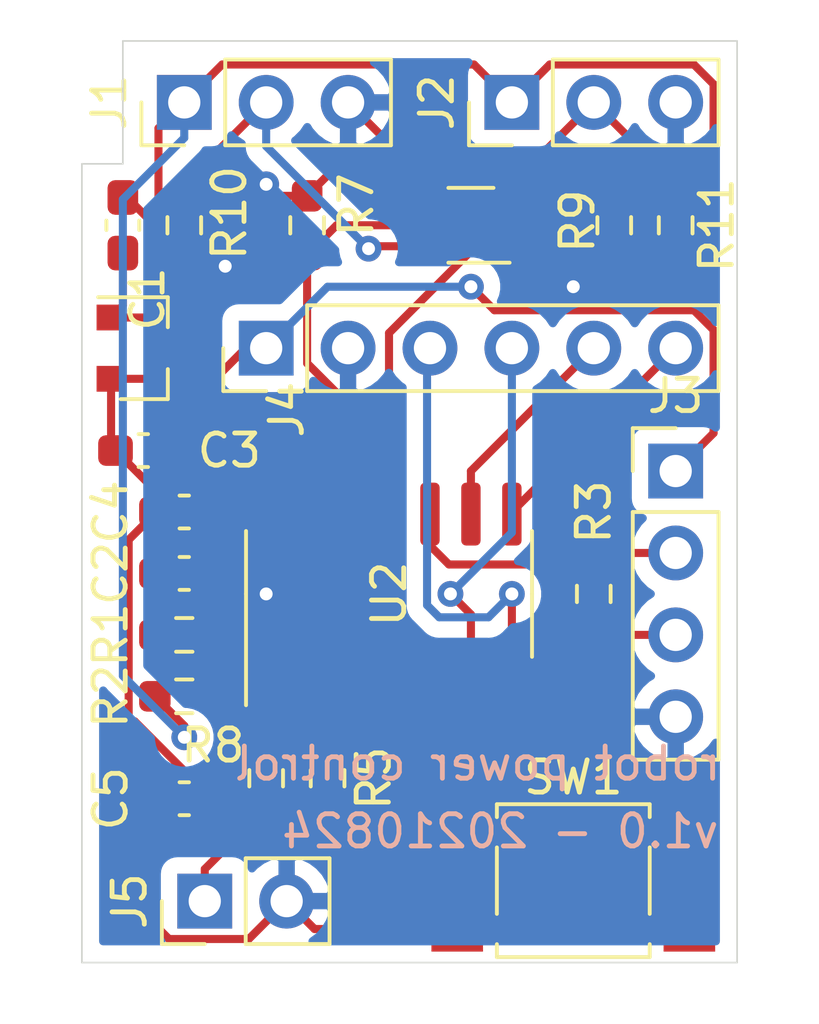
<source format=kicad_pcb>
(kicad_pcb (version 20171130) (host pcbnew "(5.1.9)-1")

  (general
    (thickness 1.6)
    (drawings 8)
    (tracks 148)
    (zones 0)
    (modules 23)
    (nets 20)
  )

  (page A4)
  (layers
    (0 F.Cu signal)
    (31 B.Cu signal)
    (32 B.Adhes user)
    (33 F.Adhes user)
    (34 B.Paste user)
    (35 F.Paste user)
    (36 B.SilkS user)
    (37 F.SilkS user)
    (38 B.Mask user)
    (39 F.Mask user)
    (40 Dwgs.User user)
    (41 Cmts.User user)
    (42 Eco1.User user)
    (43 Eco2.User user)
    (44 Edge.Cuts user)
    (45 Margin user)
    (46 B.CrtYd user)
    (47 F.CrtYd user)
    (48 B.Fab user)
    (49 F.Fab user hide)
  )

  (setup
    (last_trace_width 0.25)
    (trace_clearance 0.2)
    (zone_clearance 0.508)
    (zone_45_only no)
    (trace_min 0.2)
    (via_size 0.8)
    (via_drill 0.4)
    (via_min_size 0.4)
    (via_min_drill 0.3)
    (uvia_size 0.3)
    (uvia_drill 0.1)
    (uvias_allowed no)
    (uvia_min_size 0.2)
    (uvia_min_drill 0.1)
    (edge_width 0.05)
    (segment_width 0.2)
    (pcb_text_width 0.3)
    (pcb_text_size 1.5 1.5)
    (mod_edge_width 0.12)
    (mod_text_size 1 1)
    (mod_text_width 0.15)
    (pad_size 1.524 1.524)
    (pad_drill 0.762)
    (pad_to_mask_clearance 0)
    (aux_axis_origin 0 0)
    (grid_origin 134.62 127)
    (visible_elements FFFFFF7F)
    (pcbplotparams
      (layerselection 0x010fc_ffffffff)
      (usegerberextensions false)
      (usegerberattributes true)
      (usegerberadvancedattributes true)
      (creategerberjobfile true)
      (excludeedgelayer true)
      (linewidth 0.100000)
      (plotframeref false)
      (viasonmask false)
      (mode 1)
      (useauxorigin false)
      (hpglpennumber 1)
      (hpglpenspeed 20)
      (hpglpendiameter 15.000000)
      (psnegative false)
      (psa4output false)
      (plotreference true)
      (plotvalue true)
      (plotinvisibletext false)
      (padsonsilk false)
      (subtractmaskfromsilk false)
      (outputformat 1)
      (mirror false)
      (drillshape 1)
      (scaleselection 1)
      (outputdirectory ""))
  )

  (net 0 "")
  (net 1 +BATT)
  (net 2 GND)
  (net 3 "Net-(C2-Pad1)")
  (net 4 +3V3)
  (net 5 /PSS)
  (net 6 /PSM)
  (net 7 /UPDI)
  (net 8 "Net-(J3-Pad3)")
  (net 9 /TX)
  (net 10 /RX)
  (net 11 /SCL)
  (net 12 /SDA)
  (net 13 "Net-(J5-Pad1)")
  (net 14 "Net-(J6-Pad2)")
  (net 15 "Net-(J6-Pad5)")
  (net 16 "Net-(R5-Pad1)")
  (net 17 "Net-(U2-Pad3)")
  (net 18 "Net-(U2-Pad4)")
  (net 19 "Net-(U2-Pad13)")

  (net_class Default "This is the default net class."
    (clearance 0.2)
    (trace_width 0.25)
    (via_dia 0.8)
    (via_drill 0.4)
    (uvia_dia 0.3)
    (uvia_drill 0.1)
    (add_net +3V3)
    (add_net +BATT)
    (add_net /PSM)
    (add_net /PSS)
    (add_net /RX)
    (add_net /SCL)
    (add_net /SDA)
    (add_net /TX)
    (add_net /UPDI)
    (add_net GND)
    (add_net "Net-(C2-Pad1)")
    (add_net "Net-(J3-Pad3)")
    (add_net "Net-(J5-Pad1)")
    (add_net "Net-(J6-Pad2)")
    (add_net "Net-(J6-Pad5)")
    (add_net "Net-(R5-Pad1)")
    (add_net "Net-(U2-Pad13)")
    (add_net "Net-(U2-Pad3)")
    (add_net "Net-(U2-Pad4)")
  )

  (module Capacitor_SMD:C_0603_1608Metric_Pad1.08x0.95mm_HandSolder (layer F.Cu) (tedit 5F68FEEF) (tstamp 6124FF3A)
    (at 132.715 130.81 270)
    (descr "Capacitor SMD 0603 (1608 Metric), square (rectangular) end terminal, IPC_7351 nominal with elongated pad for handsoldering. (Body size source: IPC-SM-782 page 76, https://www.pcb-3d.com/wordpress/wp-content/uploads/ipc-sm-782a_amendment_1_and_2.pdf), generated with kicad-footprint-generator")
    (tags "capacitor handsolder")
    (path /61251284)
    (attr smd)
    (fp_text reference C1 (at 2.286 -0.762 90) (layer F.SilkS)
      (effects (font (size 1 1) (thickness 0.15)))
    )
    (fp_text value C (at 0 1.43 90) (layer F.Fab)
      (effects (font (size 1 1) (thickness 0.15)))
    )
    (fp_line (start 1.65 0.73) (end -1.65 0.73) (layer F.CrtYd) (width 0.05))
    (fp_line (start 1.65 -0.73) (end 1.65 0.73) (layer F.CrtYd) (width 0.05))
    (fp_line (start -1.65 -0.73) (end 1.65 -0.73) (layer F.CrtYd) (width 0.05))
    (fp_line (start -1.65 0.73) (end -1.65 -0.73) (layer F.CrtYd) (width 0.05))
    (fp_line (start -0.146267 0.51) (end 0.146267 0.51) (layer F.SilkS) (width 0.12))
    (fp_line (start -0.146267 -0.51) (end 0.146267 -0.51) (layer F.SilkS) (width 0.12))
    (fp_line (start 0.8 0.4) (end -0.8 0.4) (layer F.Fab) (width 0.1))
    (fp_line (start 0.8 -0.4) (end 0.8 0.4) (layer F.Fab) (width 0.1))
    (fp_line (start -0.8 -0.4) (end 0.8 -0.4) (layer F.Fab) (width 0.1))
    (fp_line (start -0.8 0.4) (end -0.8 -0.4) (layer F.Fab) (width 0.1))
    (fp_text user %R (at 0 0 90) (layer F.Fab)
      (effects (font (size 0.4 0.4) (thickness 0.06)))
    )
    (pad 1 smd roundrect (at -0.8625 0 270) (size 1.075 0.95) (layers F.Cu F.Paste F.Mask) (roundrect_rratio 0.25)
      (net 1 +BATT))
    (pad 2 smd roundrect (at 0.8625 0 270) (size 1.075 0.95) (layers F.Cu F.Paste F.Mask) (roundrect_rratio 0.25)
      (net 2 GND))
    (model ${KISYS3DMOD}/Capacitor_SMD.3dshapes/C_0603_1608Metric.wrl
      (at (xyz 0 0 0))
      (scale (xyz 1 1 1))
      (rotate (xyz 0 0 0))
    )
  )

  (module Capacitor_SMD:C_0603_1608Metric_Pad1.08x0.95mm_HandSolder (layer F.Cu) (tedit 5F68FEEF) (tstamp 6124FF4B)
    (at 134.62 141.605)
    (descr "Capacitor SMD 0603 (1608 Metric), square (rectangular) end terminal, IPC_7351 nominal with elongated pad for handsoldering. (Body size source: IPC-SM-782 page 76, https://www.pcb-3d.com/wordpress/wp-content/uploads/ipc-sm-782a_amendment_1_and_2.pdf), generated with kicad-footprint-generator")
    (tags "capacitor handsolder")
    (path /61251C09)
    (attr smd)
    (fp_text reference C2 (at -2.286 0 90) (layer F.SilkS)
      (effects (font (size 1 1) (thickness 0.15)))
    )
    (fp_text value C (at 0 1.43) (layer F.Fab)
      (effects (font (size 1 1) (thickness 0.15)))
    )
    (fp_line (start 1.65 0.73) (end -1.65 0.73) (layer F.CrtYd) (width 0.05))
    (fp_line (start 1.65 -0.73) (end 1.65 0.73) (layer F.CrtYd) (width 0.05))
    (fp_line (start -1.65 -0.73) (end 1.65 -0.73) (layer F.CrtYd) (width 0.05))
    (fp_line (start -1.65 0.73) (end -1.65 -0.73) (layer F.CrtYd) (width 0.05))
    (fp_line (start -0.146267 0.51) (end 0.146267 0.51) (layer F.SilkS) (width 0.12))
    (fp_line (start -0.146267 -0.51) (end 0.146267 -0.51) (layer F.SilkS) (width 0.12))
    (fp_line (start 0.8 0.4) (end -0.8 0.4) (layer F.Fab) (width 0.1))
    (fp_line (start 0.8 -0.4) (end 0.8 0.4) (layer F.Fab) (width 0.1))
    (fp_line (start -0.8 -0.4) (end 0.8 -0.4) (layer F.Fab) (width 0.1))
    (fp_line (start -0.8 0.4) (end -0.8 -0.4) (layer F.Fab) (width 0.1))
    (fp_text user %R (at 0 0) (layer F.Fab)
      (effects (font (size 0.4 0.4) (thickness 0.06)))
    )
    (pad 1 smd roundrect (at -0.8625 0) (size 1.075 0.95) (layers F.Cu F.Paste F.Mask) (roundrect_rratio 0.25)
      (net 3 "Net-(C2-Pad1)"))
    (pad 2 smd roundrect (at 0.8625 0) (size 1.075 0.95) (layers F.Cu F.Paste F.Mask) (roundrect_rratio 0.25)
      (net 2 GND))
    (model ${KISYS3DMOD}/Capacitor_SMD.3dshapes/C_0603_1608Metric.wrl
      (at (xyz 0 0 0))
      (scale (xyz 1 1 1))
      (rotate (xyz 0 0 0))
    )
  )

  (module Capacitor_SMD:C_0603_1608Metric_Pad1.08x0.95mm_HandSolder (layer F.Cu) (tedit 5F68FEEF) (tstamp 6124FF5C)
    (at 133.35 137.795)
    (descr "Capacitor SMD 0603 (1608 Metric), square (rectangular) end terminal, IPC_7351 nominal with elongated pad for handsoldering. (Body size source: IPC-SM-782 page 76, https://www.pcb-3d.com/wordpress/wp-content/uploads/ipc-sm-782a_amendment_1_and_2.pdf), generated with kicad-footprint-generator")
    (tags "capacitor handsolder")
    (path /612517FC)
    (attr smd)
    (fp_text reference C3 (at 2.667 0) (layer F.SilkS)
      (effects (font (size 1 1) (thickness 0.15)))
    )
    (fp_text value C (at 0 1.43) (layer F.Fab)
      (effects (font (size 1 1) (thickness 0.15)))
    )
    (fp_text user %R (at 0 0) (layer F.Fab)
      (effects (font (size 0.4 0.4) (thickness 0.06)))
    )
    (fp_line (start -0.8 0.4) (end -0.8 -0.4) (layer F.Fab) (width 0.1))
    (fp_line (start -0.8 -0.4) (end 0.8 -0.4) (layer F.Fab) (width 0.1))
    (fp_line (start 0.8 -0.4) (end 0.8 0.4) (layer F.Fab) (width 0.1))
    (fp_line (start 0.8 0.4) (end -0.8 0.4) (layer F.Fab) (width 0.1))
    (fp_line (start -0.146267 -0.51) (end 0.146267 -0.51) (layer F.SilkS) (width 0.12))
    (fp_line (start -0.146267 0.51) (end 0.146267 0.51) (layer F.SilkS) (width 0.12))
    (fp_line (start -1.65 0.73) (end -1.65 -0.73) (layer F.CrtYd) (width 0.05))
    (fp_line (start -1.65 -0.73) (end 1.65 -0.73) (layer F.CrtYd) (width 0.05))
    (fp_line (start 1.65 -0.73) (end 1.65 0.73) (layer F.CrtYd) (width 0.05))
    (fp_line (start 1.65 0.73) (end -1.65 0.73) (layer F.CrtYd) (width 0.05))
    (pad 2 smd roundrect (at 0.8625 0) (size 1.075 0.95) (layers F.Cu F.Paste F.Mask) (roundrect_rratio 0.25)
      (net 2 GND))
    (pad 1 smd roundrect (at -0.8625 0) (size 1.075 0.95) (layers F.Cu F.Paste F.Mask) (roundrect_rratio 0.25)
      (net 4 +3V3))
    (model ${KISYS3DMOD}/Capacitor_SMD.3dshapes/C_0603_1608Metric.wrl
      (at (xyz 0 0 0))
      (scale (xyz 1 1 1))
      (rotate (xyz 0 0 0))
    )
  )

  (module Capacitor_SMD:C_0603_1608Metric_Pad1.08x0.95mm_HandSolder (layer F.Cu) (tedit 5F68FEEF) (tstamp 6124FF6D)
    (at 134.62 139.7)
    (descr "Capacitor SMD 0603 (1608 Metric), square (rectangular) end terminal, IPC_7351 nominal with elongated pad for handsoldering. (Body size source: IPC-SM-782 page 76, https://www.pcb-3d.com/wordpress/wp-content/uploads/ipc-sm-782a_amendment_1_and_2.pdf), generated with kicad-footprint-generator")
    (tags "capacitor handsolder")
    (path /6129D4DB)
    (attr smd)
    (fp_text reference C4 (at -2.286 0 90) (layer F.SilkS)
      (effects (font (size 1 1) (thickness 0.15)))
    )
    (fp_text value C (at 0 1.43) (layer F.Fab)
      (effects (font (size 1 1) (thickness 0.15)))
    )
    (fp_text user %R (at 0 0) (layer F.Fab)
      (effects (font (size 0.4 0.4) (thickness 0.06)))
    )
    (fp_line (start -0.8 0.4) (end -0.8 -0.4) (layer F.Fab) (width 0.1))
    (fp_line (start -0.8 -0.4) (end 0.8 -0.4) (layer F.Fab) (width 0.1))
    (fp_line (start 0.8 -0.4) (end 0.8 0.4) (layer F.Fab) (width 0.1))
    (fp_line (start 0.8 0.4) (end -0.8 0.4) (layer F.Fab) (width 0.1))
    (fp_line (start -0.146267 -0.51) (end 0.146267 -0.51) (layer F.SilkS) (width 0.12))
    (fp_line (start -0.146267 0.51) (end 0.146267 0.51) (layer F.SilkS) (width 0.12))
    (fp_line (start -1.65 0.73) (end -1.65 -0.73) (layer F.CrtYd) (width 0.05))
    (fp_line (start -1.65 -0.73) (end 1.65 -0.73) (layer F.CrtYd) (width 0.05))
    (fp_line (start 1.65 -0.73) (end 1.65 0.73) (layer F.CrtYd) (width 0.05))
    (fp_line (start 1.65 0.73) (end -1.65 0.73) (layer F.CrtYd) (width 0.05))
    (pad 2 smd roundrect (at 0.8625 0) (size 1.075 0.95) (layers F.Cu F.Paste F.Mask) (roundrect_rratio 0.25)
      (net 2 GND))
    (pad 1 smd roundrect (at -0.8625 0) (size 1.075 0.95) (layers F.Cu F.Paste F.Mask) (roundrect_rratio 0.25)
      (net 4 +3V3))
    (model ${KISYS3DMOD}/Capacitor_SMD.3dshapes/C_0603_1608Metric.wrl
      (at (xyz 0 0 0))
      (scale (xyz 1 1 1))
      (rotate (xyz 0 0 0))
    )
  )

  (module Capacitor_SMD:C_0603_1608Metric_Pad1.08x0.95mm_HandSolder (layer F.Cu) (tedit 5F68FEEF) (tstamp 6124FF7E)
    (at 134.62 148.59 180)
    (descr "Capacitor SMD 0603 (1608 Metric), square (rectangular) end terminal, IPC_7351 nominal with elongated pad for handsoldering. (Body size source: IPC-SM-782 page 76, https://www.pcb-3d.com/wordpress/wp-content/uploads/ipc-sm-782a_amendment_1_and_2.pdf), generated with kicad-footprint-generator")
    (tags "capacitor handsolder")
    (path /6129E1DB)
    (attr smd)
    (fp_text reference C5 (at 2.286 0 90) (layer F.SilkS)
      (effects (font (size 1 1) (thickness 0.15)))
    )
    (fp_text value C (at 0 1.43) (layer F.Fab)
      (effects (font (size 1 1) (thickness 0.15)))
    )
    (fp_line (start 1.65 0.73) (end -1.65 0.73) (layer F.CrtYd) (width 0.05))
    (fp_line (start 1.65 -0.73) (end 1.65 0.73) (layer F.CrtYd) (width 0.05))
    (fp_line (start -1.65 -0.73) (end 1.65 -0.73) (layer F.CrtYd) (width 0.05))
    (fp_line (start -1.65 0.73) (end -1.65 -0.73) (layer F.CrtYd) (width 0.05))
    (fp_line (start -0.146267 0.51) (end 0.146267 0.51) (layer F.SilkS) (width 0.12))
    (fp_line (start -0.146267 -0.51) (end 0.146267 -0.51) (layer F.SilkS) (width 0.12))
    (fp_line (start 0.8 0.4) (end -0.8 0.4) (layer F.Fab) (width 0.1))
    (fp_line (start 0.8 -0.4) (end 0.8 0.4) (layer F.Fab) (width 0.1))
    (fp_line (start -0.8 -0.4) (end 0.8 -0.4) (layer F.Fab) (width 0.1))
    (fp_line (start -0.8 0.4) (end -0.8 -0.4) (layer F.Fab) (width 0.1))
    (fp_text user %R (at 0 0) (layer F.Fab)
      (effects (font (size 0.4 0.4) (thickness 0.06)))
    )
    (pad 1 smd roundrect (at -0.8625 0 180) (size 1.075 0.95) (layers F.Cu F.Paste F.Mask) (roundrect_rratio 0.25)
      (net 4 +3V3))
    (pad 2 smd roundrect (at 0.8625 0 180) (size 1.075 0.95) (layers F.Cu F.Paste F.Mask) (roundrect_rratio 0.25)
      (net 2 GND))
    (model ${KISYS3DMOD}/Capacitor_SMD.3dshapes/C_0603_1608Metric.wrl
      (at (xyz 0 0 0))
      (scale (xyz 1 1 1))
      (rotate (xyz 0 0 0))
    )
  )

  (module Connector_PinHeader_2.54mm:PinHeader_1x03_P2.54mm_Vertical (layer F.Cu) (tedit 59FED5CC) (tstamp 6124FF95)
    (at 134.62 127 90)
    (descr "Through hole straight pin header, 1x03, 2.54mm pitch, single row")
    (tags "Through hole pin header THT 1x03 2.54mm single row")
    (path /6124EE86)
    (fp_text reference J1 (at 0 -2.33 90) (layer F.SilkS)
      (effects (font (size 1 1) (thickness 0.15)))
    )
    (fp_text value Conn_01x03 (at 0 7.41 90) (layer F.Fab)
      (effects (font (size 1 1) (thickness 0.15)))
    )
    (fp_text user %R (at 0 2.54) (layer F.Fab)
      (effects (font (size 1 1) (thickness 0.15)))
    )
    (fp_line (start -0.635 -1.27) (end 1.27 -1.27) (layer F.Fab) (width 0.1))
    (fp_line (start 1.27 -1.27) (end 1.27 6.35) (layer F.Fab) (width 0.1))
    (fp_line (start 1.27 6.35) (end -1.27 6.35) (layer F.Fab) (width 0.1))
    (fp_line (start -1.27 6.35) (end -1.27 -0.635) (layer F.Fab) (width 0.1))
    (fp_line (start -1.27 -0.635) (end -0.635 -1.27) (layer F.Fab) (width 0.1))
    (fp_line (start -1.33 6.41) (end 1.33 6.41) (layer F.SilkS) (width 0.12))
    (fp_line (start -1.33 1.27) (end -1.33 6.41) (layer F.SilkS) (width 0.12))
    (fp_line (start 1.33 1.27) (end 1.33 6.41) (layer F.SilkS) (width 0.12))
    (fp_line (start -1.33 1.27) (end 1.33 1.27) (layer F.SilkS) (width 0.12))
    (fp_line (start -1.33 0) (end -1.33 -1.33) (layer F.SilkS) (width 0.12))
    (fp_line (start -1.33 -1.33) (end 0 -1.33) (layer F.SilkS) (width 0.12))
    (fp_line (start -1.8 -1.8) (end -1.8 6.85) (layer F.CrtYd) (width 0.05))
    (fp_line (start -1.8 6.85) (end 1.8 6.85) (layer F.CrtYd) (width 0.05))
    (fp_line (start 1.8 6.85) (end 1.8 -1.8) (layer F.CrtYd) (width 0.05))
    (fp_line (start 1.8 -1.8) (end -1.8 -1.8) (layer F.CrtYd) (width 0.05))
    (pad 3 thru_hole oval (at 0 5.08 90) (size 1.7 1.7) (drill 1) (layers *.Cu *.Mask)
      (net 2 GND))
    (pad 2 thru_hole oval (at 0 2.54 90) (size 1.7 1.7) (drill 1) (layers *.Cu *.Mask)
      (net 5 /PSS))
    (pad 1 thru_hole rect (at 0 0 90) (size 1.7 1.7) (drill 1) (layers *.Cu *.Mask)
      (net 1 +BATT))
    (model ${KISYS3DMOD}/Connector_PinHeader_2.54mm.3dshapes/PinHeader_1x03_P2.54mm_Vertical.wrl
      (at (xyz 0 0 0))
      (scale (xyz 1 1 1))
      (rotate (xyz 0 0 0))
    )
  )

  (module Connector_PinHeader_2.54mm:PinHeader_1x03_P2.54mm_Vertical (layer F.Cu) (tedit 59FED5CC) (tstamp 6124FFAC)
    (at 144.78 127 90)
    (descr "Through hole straight pin header, 1x03, 2.54mm pitch, single row")
    (tags "Through hole pin header THT 1x03 2.54mm single row")
    (path /6124F9D8)
    (fp_text reference J2 (at 0 -2.33 90) (layer F.SilkS)
      (effects (font (size 1 1) (thickness 0.15)))
    )
    (fp_text value Conn_01x03 (at 0 7.41 90) (layer F.Fab)
      (effects (font (size 1 1) (thickness 0.15)))
    )
    (fp_line (start 1.8 -1.8) (end -1.8 -1.8) (layer F.CrtYd) (width 0.05))
    (fp_line (start 1.8 6.85) (end 1.8 -1.8) (layer F.CrtYd) (width 0.05))
    (fp_line (start -1.8 6.85) (end 1.8 6.85) (layer F.CrtYd) (width 0.05))
    (fp_line (start -1.8 -1.8) (end -1.8 6.85) (layer F.CrtYd) (width 0.05))
    (fp_line (start -1.33 -1.33) (end 0 -1.33) (layer F.SilkS) (width 0.12))
    (fp_line (start -1.33 0) (end -1.33 -1.33) (layer F.SilkS) (width 0.12))
    (fp_line (start -1.33 1.27) (end 1.33 1.27) (layer F.SilkS) (width 0.12))
    (fp_line (start 1.33 1.27) (end 1.33 6.41) (layer F.SilkS) (width 0.12))
    (fp_line (start -1.33 1.27) (end -1.33 6.41) (layer F.SilkS) (width 0.12))
    (fp_line (start -1.33 6.41) (end 1.33 6.41) (layer F.SilkS) (width 0.12))
    (fp_line (start -1.27 -0.635) (end -0.635 -1.27) (layer F.Fab) (width 0.1))
    (fp_line (start -1.27 6.35) (end -1.27 -0.635) (layer F.Fab) (width 0.1))
    (fp_line (start 1.27 6.35) (end -1.27 6.35) (layer F.Fab) (width 0.1))
    (fp_line (start 1.27 -1.27) (end 1.27 6.35) (layer F.Fab) (width 0.1))
    (fp_line (start -0.635 -1.27) (end 1.27 -1.27) (layer F.Fab) (width 0.1))
    (fp_text user %R (at 0 2.54) (layer F.Fab)
      (effects (font (size 1 1) (thickness 0.15)))
    )
    (pad 1 thru_hole rect (at 0 0 90) (size 1.7 1.7) (drill 1) (layers *.Cu *.Mask)
      (net 1 +BATT))
    (pad 2 thru_hole oval (at 0 2.54 90) (size 1.7 1.7) (drill 1) (layers *.Cu *.Mask)
      (net 6 /PSM))
    (pad 3 thru_hole oval (at 0 5.08 90) (size 1.7 1.7) (drill 1) (layers *.Cu *.Mask)
      (net 2 GND))
    (model ${KISYS3DMOD}/Connector_PinHeader_2.54mm.3dshapes/PinHeader_1x03_P2.54mm_Vertical.wrl
      (at (xyz 0 0 0))
      (scale (xyz 1 1 1))
      (rotate (xyz 0 0 0))
    )
  )

  (module Connector_PinHeader_2.54mm:PinHeader_1x04_P2.54mm_Vertical (layer F.Cu) (tedit 59FED5CC) (tstamp 6124FFC4)
    (at 149.86 138.43)
    (descr "Through hole straight pin header, 1x04, 2.54mm pitch, single row")
    (tags "Through hole pin header THT 1x04 2.54mm single row")
    (path /6127D77E)
    (fp_text reference J3 (at 0 -2.33) (layer F.SilkS)
      (effects (font (size 1 1) (thickness 0.15)))
    )
    (fp_text value Conn_01x04 (at 0 9.95) (layer F.Fab)
      (effects (font (size 1 1) (thickness 0.15)))
    )
    (fp_line (start 1.8 -1.8) (end -1.8 -1.8) (layer F.CrtYd) (width 0.05))
    (fp_line (start 1.8 9.4) (end 1.8 -1.8) (layer F.CrtYd) (width 0.05))
    (fp_line (start -1.8 9.4) (end 1.8 9.4) (layer F.CrtYd) (width 0.05))
    (fp_line (start -1.8 -1.8) (end -1.8 9.4) (layer F.CrtYd) (width 0.05))
    (fp_line (start -1.33 -1.33) (end 0 -1.33) (layer F.SilkS) (width 0.12))
    (fp_line (start -1.33 0) (end -1.33 -1.33) (layer F.SilkS) (width 0.12))
    (fp_line (start -1.33 1.27) (end 1.33 1.27) (layer F.SilkS) (width 0.12))
    (fp_line (start 1.33 1.27) (end 1.33 8.95) (layer F.SilkS) (width 0.12))
    (fp_line (start -1.33 1.27) (end -1.33 8.95) (layer F.SilkS) (width 0.12))
    (fp_line (start -1.33 8.95) (end 1.33 8.95) (layer F.SilkS) (width 0.12))
    (fp_line (start -1.27 -0.635) (end -0.635 -1.27) (layer F.Fab) (width 0.1))
    (fp_line (start -1.27 8.89) (end -1.27 -0.635) (layer F.Fab) (width 0.1))
    (fp_line (start 1.27 8.89) (end -1.27 8.89) (layer F.Fab) (width 0.1))
    (fp_line (start 1.27 -1.27) (end 1.27 8.89) (layer F.Fab) (width 0.1))
    (fp_line (start -0.635 -1.27) (end 1.27 -1.27) (layer F.Fab) (width 0.1))
    (fp_text user %R (at 0 3.81 90) (layer F.Fab)
      (effects (font (size 1 1) (thickness 0.15)))
    )
    (pad 1 thru_hole rect (at 0 0) (size 1.7 1.7) (drill 1) (layers *.Cu *.Mask)
      (net 4 +3V3))
    (pad 2 thru_hole oval (at 0 2.54) (size 1.7 1.7) (drill 1) (layers *.Cu *.Mask)
      (net 7 /UPDI))
    (pad 3 thru_hole oval (at 0 5.08) (size 1.7 1.7) (drill 1) (layers *.Cu *.Mask)
      (net 8 "Net-(J3-Pad3)"))
    (pad 4 thru_hole oval (at 0 7.62) (size 1.7 1.7) (drill 1) (layers *.Cu *.Mask)
      (net 2 GND))
    (model ${KISYS3DMOD}/Connector_PinHeader_2.54mm.3dshapes/PinHeader_1x04_P2.54mm_Vertical.wrl
      (at (xyz 0 0 0))
      (scale (xyz 1 1 1))
      (rotate (xyz 0 0 0))
    )
  )

  (module Connector_PinHeader_2.54mm:PinHeader_1x06_P2.54mm_Vertical (layer F.Cu) (tedit 59FED5CC) (tstamp 6124FFDE)
    (at 137.16 134.62 90)
    (descr "Through hole straight pin header, 1x06, 2.54mm pitch, single row")
    (tags "Through hole pin header THT 1x06 2.54mm single row")
    (path /612709A9)
    (fp_text reference J4 (at -1.905 0.635 90) (layer F.SilkS)
      (effects (font (size 1 1) (thickness 0.15)))
    )
    (fp_text value Conn_01x06 (at 0 15.03 90) (layer F.Fab)
      (effects (font (size 1 1) (thickness 0.15)))
    )
    (fp_line (start 1.8 -1.8) (end -1.8 -1.8) (layer F.CrtYd) (width 0.05))
    (fp_line (start 1.8 14.5) (end 1.8 -1.8) (layer F.CrtYd) (width 0.05))
    (fp_line (start -1.8 14.5) (end 1.8 14.5) (layer F.CrtYd) (width 0.05))
    (fp_line (start -1.8 -1.8) (end -1.8 14.5) (layer F.CrtYd) (width 0.05))
    (fp_line (start -1.33 -1.33) (end 0 -1.33) (layer F.SilkS) (width 0.12))
    (fp_line (start -1.33 0) (end -1.33 -1.33) (layer F.SilkS) (width 0.12))
    (fp_line (start -1.33 1.27) (end 1.33 1.27) (layer F.SilkS) (width 0.12))
    (fp_line (start 1.33 1.27) (end 1.33 14.03) (layer F.SilkS) (width 0.12))
    (fp_line (start -1.33 1.27) (end -1.33 14.03) (layer F.SilkS) (width 0.12))
    (fp_line (start -1.33 14.03) (end 1.33 14.03) (layer F.SilkS) (width 0.12))
    (fp_line (start -1.27 -0.635) (end -0.635 -1.27) (layer F.Fab) (width 0.1))
    (fp_line (start -1.27 13.97) (end -1.27 -0.635) (layer F.Fab) (width 0.1))
    (fp_line (start 1.27 13.97) (end -1.27 13.97) (layer F.Fab) (width 0.1))
    (fp_line (start 1.27 -1.27) (end 1.27 13.97) (layer F.Fab) (width 0.1))
    (fp_line (start -0.635 -1.27) (end 1.27 -1.27) (layer F.Fab) (width 0.1))
    (fp_text user %R (at 0 6.35) (layer F.Fab)
      (effects (font (size 1 1) (thickness 0.15)))
    )
    (pad 1 thru_hole rect (at 0 0 90) (size 1.7 1.7) (drill 1) (layers *.Cu *.Mask)
      (net 4 +3V3))
    (pad 2 thru_hole oval (at 0 2.54 90) (size 1.7 1.7) (drill 1) (layers *.Cu *.Mask)
      (net 2 GND))
    (pad 3 thru_hole oval (at 0 5.08 90) (size 1.7 1.7) (drill 1) (layers *.Cu *.Mask)
      (net 9 /TX))
    (pad 4 thru_hole oval (at 0 7.62 90) (size 1.7 1.7) (drill 1) (layers *.Cu *.Mask)
      (net 10 /RX))
    (pad 5 thru_hole oval (at 0 10.16 90) (size 1.7 1.7) (drill 1) (layers *.Cu *.Mask)
      (net 11 /SCL))
    (pad 6 thru_hole oval (at 0 12.7 90) (size 1.7 1.7) (drill 1) (layers *.Cu *.Mask)
      (net 12 /SDA))
    (model ${KISYS3DMOD}/Connector_PinHeader_2.54mm.3dshapes/PinHeader_1x06_P2.54mm_Vertical.wrl
      (at (xyz 0 0 0))
      (scale (xyz 1 1 1))
      (rotate (xyz 0 0 0))
    )
  )

  (module Connector_PinHeader_2.54mm:PinHeader_1x02_P2.54mm_Vertical (layer F.Cu) (tedit 59FED5CC) (tstamp 6124FFF4)
    (at 135.255 151.765 90)
    (descr "Through hole straight pin header, 1x02, 2.54mm pitch, single row")
    (tags "Through hole pin header THT 1x02 2.54mm single row")
    (path /6128A715)
    (fp_text reference J5 (at 0 -2.33 90) (layer F.SilkS)
      (effects (font (size 1 1) (thickness 0.15)))
    )
    (fp_text value Conn_01x02 (at 3.81 -14.605 90) (layer F.Fab)
      (effects (font (size 1 1) (thickness 0.15)))
    )
    (fp_line (start 1.8 -1.8) (end -1.8 -1.8) (layer F.CrtYd) (width 0.05))
    (fp_line (start 1.8 4.35) (end 1.8 -1.8) (layer F.CrtYd) (width 0.05))
    (fp_line (start -1.8 4.35) (end 1.8 4.35) (layer F.CrtYd) (width 0.05))
    (fp_line (start -1.8 -1.8) (end -1.8 4.35) (layer F.CrtYd) (width 0.05))
    (fp_line (start -1.33 -1.33) (end 0 -1.33) (layer F.SilkS) (width 0.12))
    (fp_line (start -1.33 0) (end -1.33 -1.33) (layer F.SilkS) (width 0.12))
    (fp_line (start -1.33 1.27) (end 1.33 1.27) (layer F.SilkS) (width 0.12))
    (fp_line (start 1.33 1.27) (end 1.33 3.87) (layer F.SilkS) (width 0.12))
    (fp_line (start -1.33 1.27) (end -1.33 3.87) (layer F.SilkS) (width 0.12))
    (fp_line (start -1.33 3.87) (end 1.33 3.87) (layer F.SilkS) (width 0.12))
    (fp_line (start -1.27 -0.635) (end -0.635 -1.27) (layer F.Fab) (width 0.1))
    (fp_line (start -1.27 3.81) (end -1.27 -0.635) (layer F.Fab) (width 0.1))
    (fp_line (start 1.27 3.81) (end -1.27 3.81) (layer F.Fab) (width 0.1))
    (fp_line (start 1.27 -1.27) (end 1.27 3.81) (layer F.Fab) (width 0.1))
    (fp_line (start -0.635 -1.27) (end 1.27 -1.27) (layer F.Fab) (width 0.1))
    (fp_text user %R (at 0 1.27) (layer F.Fab)
      (effects (font (size 1 1) (thickness 0.15)))
    )
    (pad 1 thru_hole rect (at 0 0 90) (size 1.7 1.7) (drill 1) (layers *.Cu *.Mask)
      (net 13 "Net-(J5-Pad1)"))
    (pad 2 thru_hole oval (at 0 2.54 90) (size 1.7 1.7) (drill 1) (layers *.Cu *.Mask)
      (net 2 GND))
    (model ${KISYS3DMOD}/Connector_PinHeader_2.54mm.3dshapes/PinHeader_1x02_P2.54mm_Vertical.wrl
      (at (xyz 0 0 0))
      (scale (xyz 1 1 1))
      (rotate (xyz 0 0 0))
    )
  )

  (module Package_TO_SOT_SMD:SOT-363_SC-70-6_Handsoldering (layer F.Cu) (tedit 5A02FF57) (tstamp 6125000A)
    (at 143.51 130.81 180)
    (descr "SOT-363, SC-70-6, Handsoldering")
    (tags "SOT-363 SC-70-6 Handsoldering")
    (path /612544DE)
    (attr smd)
    (fp_text reference J6 (at 1.016 -1.397) (layer F.SilkS) hide
      (effects (font (size 1 1) (thickness 0.15)))
    )
    (fp_text value Conn_01x06 (at 0 2 180) (layer F.Fab)
      (effects (font (size 1 1) (thickness 0.15)))
    )
    (fp_line (start -0.175 -1.1) (end -0.675 -0.6) (layer F.Fab) (width 0.1))
    (fp_line (start 0.675 1.1) (end -0.675 1.1) (layer F.Fab) (width 0.1))
    (fp_line (start 0.675 -1.1) (end 0.675 1.1) (layer F.Fab) (width 0.1))
    (fp_line (start -0.675 -0.6) (end -0.675 1.1) (layer F.Fab) (width 0.1))
    (fp_line (start 0.675 -1.1) (end -0.175 -1.1) (layer F.Fab) (width 0.1))
    (fp_line (start -2.4 -1.4) (end 2.4 -1.4) (layer F.CrtYd) (width 0.05))
    (fp_line (start -2.4 -1.4) (end -2.4 1.4) (layer F.CrtYd) (width 0.05))
    (fp_line (start 2.4 1.4) (end 2.4 -1.4) (layer F.CrtYd) (width 0.05))
    (fp_line (start -0.7 1.16) (end 0.7 1.16) (layer F.SilkS) (width 0.12))
    (fp_line (start 0.7 -1.16) (end -1.2 -1.16) (layer F.SilkS) (width 0.12))
    (fp_line (start -2.4 1.4) (end 2.4 1.4) (layer F.CrtYd) (width 0.05))
    (fp_text user %R (at 0 0 90) (layer F.Fab)
      (effects (font (size 0.5 0.5) (thickness 0.075)))
    )
    (pad 1 smd rect (at -1.33 -0.65 180) (size 1.5 0.4) (layers F.Cu F.Paste F.Mask)
      (net 2 GND))
    (pad 2 smd rect (at -1.33 0 180) (size 1.5 0.4) (layers F.Cu F.Paste F.Mask)
      (net 14 "Net-(J6-Pad2)"))
    (pad 3 smd rect (at -1.33 0.65 180) (size 1.5 0.4) (layers F.Cu F.Paste F.Mask)
      (net 6 /PSM))
    (pad 4 smd rect (at 1.33 0.65 180) (size 1.5 0.4) (layers F.Cu F.Paste F.Mask)
      (net 2 GND))
    (pad 5 smd rect (at 1.33 0 180) (size 1.5 0.4) (layers F.Cu F.Paste F.Mask)
      (net 15 "Net-(J6-Pad5)"))
    (pad 6 smd rect (at 1.33 -0.65 180) (size 1.5 0.4) (layers F.Cu F.Paste F.Mask)
      (net 5 /PSS))
    (model ${KISYS3DMOD}/Package_TO_SOT_SMD.3dshapes/SOT-363_SC-70-6.wrl
      (at (xyz 0 0 0))
      (scale (xyz 1 1 1))
      (rotate (xyz 0 0 0))
    )
  )

  (module Resistor_SMD:R_0603_1608Metric_Pad0.98x0.95mm_HandSolder (layer F.Cu) (tedit 5F68FEEE) (tstamp 6125001B)
    (at 134.62 143.51)
    (descr "Resistor SMD 0603 (1608 Metric), square (rectangular) end terminal, IPC_7351 nominal with elongated pad for handsoldering. (Body size source: IPC-SM-782 page 72, https://www.pcb-3d.com/wordpress/wp-content/uploads/ipc-sm-782a_amendment_1_and_2.pdf), generated with kicad-footprint-generator")
    (tags "resistor handsolder")
    (path /612524CE)
    (attr smd)
    (fp_text reference R1 (at -2.286 0 90) (layer F.SilkS)
      (effects (font (size 1 1) (thickness 0.15)))
    )
    (fp_text value R_Small_US (at 0 1.43) (layer F.Fab) hide
      (effects (font (size 1 1) (thickness 0.15)))
    )
    (fp_text user %R (at 0 0) (layer F.Fab)
      (effects (font (size 0.4 0.4) (thickness 0.06)))
    )
    (fp_line (start -0.8 0.4125) (end -0.8 -0.4125) (layer F.Fab) (width 0.1))
    (fp_line (start -0.8 -0.4125) (end 0.8 -0.4125) (layer F.Fab) (width 0.1))
    (fp_line (start 0.8 -0.4125) (end 0.8 0.4125) (layer F.Fab) (width 0.1))
    (fp_line (start 0.8 0.4125) (end -0.8 0.4125) (layer F.Fab) (width 0.1))
    (fp_line (start -0.254724 -0.5225) (end 0.254724 -0.5225) (layer F.SilkS) (width 0.12))
    (fp_line (start -0.254724 0.5225) (end 0.254724 0.5225) (layer F.SilkS) (width 0.12))
    (fp_line (start -1.65 0.73) (end -1.65 -0.73) (layer F.CrtYd) (width 0.05))
    (fp_line (start -1.65 -0.73) (end 1.65 -0.73) (layer F.CrtYd) (width 0.05))
    (fp_line (start 1.65 -0.73) (end 1.65 0.73) (layer F.CrtYd) (width 0.05))
    (fp_line (start 1.65 0.73) (end -1.65 0.73) (layer F.CrtYd) (width 0.05))
    (pad 2 smd roundrect (at 0.9125 0) (size 0.975 0.95) (layers F.Cu F.Paste F.Mask) (roundrect_rratio 0.25)
      (net 2 GND))
    (pad 1 smd roundrect (at -0.9125 0) (size 0.975 0.95) (layers F.Cu F.Paste F.Mask) (roundrect_rratio 0.25)
      (net 3 "Net-(C2-Pad1)"))
    (model ${KISYS3DMOD}/Resistor_SMD.3dshapes/R_0603_1608Metric.wrl
      (at (xyz 0 0 0))
      (scale (xyz 1 1 1))
      (rotate (xyz 0 0 0))
    )
  )

  (module Resistor_SMD:R_0603_1608Metric_Pad0.98x0.95mm_HandSolder (layer F.Cu) (tedit 5F68FEEE) (tstamp 6125002C)
    (at 134.62 145.415)
    (descr "Resistor SMD 0603 (1608 Metric), square (rectangular) end terminal, IPC_7351 nominal with elongated pad for handsoldering. (Body size source: IPC-SM-782 page 72, https://www.pcb-3d.com/wordpress/wp-content/uploads/ipc-sm-782a_amendment_1_and_2.pdf), generated with kicad-footprint-generator")
    (tags "resistor handsolder")
    (path /61252B77)
    (attr smd)
    (fp_text reference R2 (at -2.286 0 90) (layer F.SilkS)
      (effects (font (size 1 1) (thickness 0.15)))
    )
    (fp_text value R_Small_US (at -16.51 -2.54) (layer F.Fab)
      (effects (font (size 1 1) (thickness 0.15)))
    )
    (fp_line (start 1.65 0.73) (end -1.65 0.73) (layer F.CrtYd) (width 0.05))
    (fp_line (start 1.65 -0.73) (end 1.65 0.73) (layer F.CrtYd) (width 0.05))
    (fp_line (start -1.65 -0.73) (end 1.65 -0.73) (layer F.CrtYd) (width 0.05))
    (fp_line (start -1.65 0.73) (end -1.65 -0.73) (layer F.CrtYd) (width 0.05))
    (fp_line (start -0.254724 0.5225) (end 0.254724 0.5225) (layer F.SilkS) (width 0.12))
    (fp_line (start -0.254724 -0.5225) (end 0.254724 -0.5225) (layer F.SilkS) (width 0.12))
    (fp_line (start 0.8 0.4125) (end -0.8 0.4125) (layer F.Fab) (width 0.1))
    (fp_line (start 0.8 -0.4125) (end 0.8 0.4125) (layer F.Fab) (width 0.1))
    (fp_line (start -0.8 -0.4125) (end 0.8 -0.4125) (layer F.Fab) (width 0.1))
    (fp_line (start -0.8 0.4125) (end -0.8 -0.4125) (layer F.Fab) (width 0.1))
    (fp_text user %R (at 0 0) (layer F.Fab)
      (effects (font (size 0.4 0.4) (thickness 0.06)))
    )
    (pad 1 smd roundrect (at -0.9125 0) (size 0.975 0.95) (layers F.Cu F.Paste F.Mask) (roundrect_rratio 0.25)
      (net 1 +BATT))
    (pad 2 smd roundrect (at 0.9125 0) (size 0.975 0.95) (layers F.Cu F.Paste F.Mask) (roundrect_rratio 0.25)
      (net 3 "Net-(C2-Pad1)"))
    (model ${KISYS3DMOD}/Resistor_SMD.3dshapes/R_0603_1608Metric.wrl
      (at (xyz 0 0 0))
      (scale (xyz 1 1 1))
      (rotate (xyz 0 0 0))
    )
  )

  (module Resistor_SMD:R_0603_1608Metric_Pad0.98x0.95mm_HandSolder (layer F.Cu) (tedit 5F68FEEE) (tstamp 6125003D)
    (at 147.32 142.24 90)
    (descr "Resistor SMD 0603 (1608 Metric), square (rectangular) end terminal, IPC_7351 nominal with elongated pad for handsoldering. (Body size source: IPC-SM-782 page 72, https://www.pcb-3d.com/wordpress/wp-content/uploads/ipc-sm-782a_amendment_1_and_2.pdf), generated with kicad-footprint-generator")
    (tags "resistor handsolder")
    (path /61283593)
    (attr smd)
    (fp_text reference R3 (at 2.54 0 90) (layer F.SilkS)
      (effects (font (size 1 1) (thickness 0.15)))
    )
    (fp_text value R_Small_US (at 0 1.43 90) (layer F.Fab)
      (effects (font (size 1 1) (thickness 0.15)))
    )
    (fp_text user %R (at 0 0 90) (layer F.Fab)
      (effects (font (size 0.4 0.4) (thickness 0.06)))
    )
    (fp_line (start -0.8 0.4125) (end -0.8 -0.4125) (layer F.Fab) (width 0.1))
    (fp_line (start -0.8 -0.4125) (end 0.8 -0.4125) (layer F.Fab) (width 0.1))
    (fp_line (start 0.8 -0.4125) (end 0.8 0.4125) (layer F.Fab) (width 0.1))
    (fp_line (start 0.8 0.4125) (end -0.8 0.4125) (layer F.Fab) (width 0.1))
    (fp_line (start -0.254724 -0.5225) (end 0.254724 -0.5225) (layer F.SilkS) (width 0.12))
    (fp_line (start -0.254724 0.5225) (end 0.254724 0.5225) (layer F.SilkS) (width 0.12))
    (fp_line (start -1.65 0.73) (end -1.65 -0.73) (layer F.CrtYd) (width 0.05))
    (fp_line (start -1.65 -0.73) (end 1.65 -0.73) (layer F.CrtYd) (width 0.05))
    (fp_line (start 1.65 -0.73) (end 1.65 0.73) (layer F.CrtYd) (width 0.05))
    (fp_line (start 1.65 0.73) (end -1.65 0.73) (layer F.CrtYd) (width 0.05))
    (pad 2 smd roundrect (at 0.9125 0 90) (size 0.975 0.95) (layers F.Cu F.Paste F.Mask) (roundrect_rratio 0.25)
      (net 7 /UPDI))
    (pad 1 smd roundrect (at -0.9125 0 90) (size 0.975 0.95) (layers F.Cu F.Paste F.Mask) (roundrect_rratio 0.25)
      (net 8 "Net-(J3-Pad3)"))
    (model ${KISYS3DMOD}/Resistor_SMD.3dshapes/R_0603_1608Metric.wrl
      (at (xyz 0 0 0))
      (scale (xyz 1 1 1))
      (rotate (xyz 0 0 0))
    )
  )

  (module Resistor_SMD:R_0603_1608Metric_Pad0.98x0.95mm_HandSolder (layer F.Cu) (tedit 5F68FEEE) (tstamp 6125005F)
    (at 139.065 147.955 270)
    (descr "Resistor SMD 0603 (1608 Metric), square (rectangular) end terminal, IPC_7351 nominal with elongated pad for handsoldering. (Body size source: IPC-SM-782 page 72, https://www.pcb-3d.com/wordpress/wp-content/uploads/ipc-sm-782a_amendment_1_and_2.pdf), generated with kicad-footprint-generator")
    (tags "resistor handsolder")
    (path /6128F625)
    (attr smd)
    (fp_text reference R5 (at 0 -1.43 90) (layer F.SilkS)
      (effects (font (size 1 1) (thickness 0.15)))
    )
    (fp_text value R_Small_US (at 0 1.43 90) (layer F.Fab)
      (effects (font (size 1 1) (thickness 0.15)))
    )
    (fp_line (start 1.65 0.73) (end -1.65 0.73) (layer F.CrtYd) (width 0.05))
    (fp_line (start 1.65 -0.73) (end 1.65 0.73) (layer F.CrtYd) (width 0.05))
    (fp_line (start -1.65 -0.73) (end 1.65 -0.73) (layer F.CrtYd) (width 0.05))
    (fp_line (start -1.65 0.73) (end -1.65 -0.73) (layer F.CrtYd) (width 0.05))
    (fp_line (start -0.254724 0.5225) (end 0.254724 0.5225) (layer F.SilkS) (width 0.12))
    (fp_line (start -0.254724 -0.5225) (end 0.254724 -0.5225) (layer F.SilkS) (width 0.12))
    (fp_line (start 0.8 0.4125) (end -0.8 0.4125) (layer F.Fab) (width 0.1))
    (fp_line (start 0.8 -0.4125) (end 0.8 0.4125) (layer F.Fab) (width 0.1))
    (fp_line (start -0.8 -0.4125) (end 0.8 -0.4125) (layer F.Fab) (width 0.1))
    (fp_line (start -0.8 0.4125) (end -0.8 -0.4125) (layer F.Fab) (width 0.1))
    (fp_text user %R (at 0 0 90) (layer F.Fab)
      (effects (font (size 0.4 0.4) (thickness 0.06)))
    )
    (pad 1 smd roundrect (at -0.9125 0 270) (size 0.975 0.95) (layers F.Cu F.Paste F.Mask) (roundrect_rratio 0.25)
      (net 16 "Net-(R5-Pad1)"))
    (pad 2 smd roundrect (at 0.9125 0 270) (size 0.975 0.95) (layers F.Cu F.Paste F.Mask) (roundrect_rratio 0.25)
      (net 13 "Net-(J5-Pad1)"))
    (model ${KISYS3DMOD}/Resistor_SMD.3dshapes/R_0603_1608Metric.wrl
      (at (xyz 0 0 0))
      (scale (xyz 1 1 1))
      (rotate (xyz 0 0 0))
    )
  )

  (module Resistor_SMD:R_0603_1608Metric_Pad0.98x0.95mm_HandSolder (layer F.Cu) (tedit 5F68FEEE) (tstamp 61250092)
    (at 137.16 147.955 90)
    (descr "Resistor SMD 0603 (1608 Metric), square (rectangular) end terminal, IPC_7351 nominal with elongated pad for handsoldering. (Body size source: IPC-SM-782 page 72, https://www.pcb-3d.com/wordpress/wp-content/uploads/ipc-sm-782a_amendment_1_and_2.pdf), generated with kicad-footprint-generator")
    (tags "resistor handsolder")
    (path /6125308F)
    (attr smd)
    (fp_text reference R8 (at 1.016 -1.651 180) (layer F.SilkS)
      (effects (font (size 1 1) (thickness 0.15)))
    )
    (fp_text value R_Small_US (at 0 1.43 90) (layer F.Fab)
      (effects (font (size 1 1) (thickness 0.15)))
    )
    (fp_text user %R (at 0 0 90) (layer F.Fab)
      (effects (font (size 0.4 0.4) (thickness 0.06)))
    )
    (fp_line (start -0.8 0.4125) (end -0.8 -0.4125) (layer F.Fab) (width 0.1))
    (fp_line (start -0.8 -0.4125) (end 0.8 -0.4125) (layer F.Fab) (width 0.1))
    (fp_line (start 0.8 -0.4125) (end 0.8 0.4125) (layer F.Fab) (width 0.1))
    (fp_line (start 0.8 0.4125) (end -0.8 0.4125) (layer F.Fab) (width 0.1))
    (fp_line (start -0.254724 -0.5225) (end 0.254724 -0.5225) (layer F.SilkS) (width 0.12))
    (fp_line (start -0.254724 0.5225) (end 0.254724 0.5225) (layer F.SilkS) (width 0.12))
    (fp_line (start -1.65 0.73) (end -1.65 -0.73) (layer F.CrtYd) (width 0.05))
    (fp_line (start -1.65 -0.73) (end 1.65 -0.73) (layer F.CrtYd) (width 0.05))
    (fp_line (start 1.65 -0.73) (end 1.65 0.73) (layer F.CrtYd) (width 0.05))
    (fp_line (start 1.65 0.73) (end -1.65 0.73) (layer F.CrtYd) (width 0.05))
    (pad 2 smd roundrect (at 0.9125 0 90) (size 0.975 0.95) (layers F.Cu F.Paste F.Mask) (roundrect_rratio 0.25)
      (net 4 +3V3))
    (pad 1 smd roundrect (at -0.9125 0 90) (size 0.975 0.95) (layers F.Cu F.Paste F.Mask) (roundrect_rratio 0.25)
      (net 13 "Net-(J5-Pad1)"))
    (model ${KISYS3DMOD}/Resistor_SMD.3dshapes/R_0603_1608Metric.wrl
      (at (xyz 0 0 0))
      (scale (xyz 1 1 1))
      (rotate (xyz 0 0 0))
    )
  )

  (module Resistor_SMD:R_0603_1608Metric_Pad0.98x0.95mm_HandSolder (layer F.Cu) (tedit 5F68FEEE) (tstamp 612500A3)
    (at 147.955 130.81 270)
    (descr "Resistor SMD 0603 (1608 Metric), square (rectangular) end terminal, IPC_7351 nominal with elongated pad for handsoldering. (Body size source: IPC-SM-782 page 72, https://www.pcb-3d.com/wordpress/wp-content/uploads/ipc-sm-782a_amendment_1_and_2.pdf), generated with kicad-footprint-generator")
    (tags "resistor handsolder")
    (path /61253D36)
    (attr smd)
    (fp_text reference R9 (at -0.127 1.143 90) (layer F.SilkS)
      (effects (font (size 1 1) (thickness 0.15)))
    )
    (fp_text value R_Small_US (at 0 1.43 90) (layer F.Fab)
      (effects (font (size 1 1) (thickness 0.15)))
    )
    (fp_text user %R (at 0 0 90) (layer F.Fab)
      (effects (font (size 0.4 0.4) (thickness 0.06)))
    )
    (fp_line (start -0.8 0.4125) (end -0.8 -0.4125) (layer F.Fab) (width 0.1))
    (fp_line (start -0.8 -0.4125) (end 0.8 -0.4125) (layer F.Fab) (width 0.1))
    (fp_line (start 0.8 -0.4125) (end 0.8 0.4125) (layer F.Fab) (width 0.1))
    (fp_line (start 0.8 0.4125) (end -0.8 0.4125) (layer F.Fab) (width 0.1))
    (fp_line (start -0.254724 -0.5225) (end 0.254724 -0.5225) (layer F.SilkS) (width 0.12))
    (fp_line (start -0.254724 0.5225) (end 0.254724 0.5225) (layer F.SilkS) (width 0.12))
    (fp_line (start -1.65 0.73) (end -1.65 -0.73) (layer F.CrtYd) (width 0.05))
    (fp_line (start -1.65 -0.73) (end 1.65 -0.73) (layer F.CrtYd) (width 0.05))
    (fp_line (start 1.65 -0.73) (end 1.65 0.73) (layer F.CrtYd) (width 0.05))
    (fp_line (start 1.65 0.73) (end -1.65 0.73) (layer F.CrtYd) (width 0.05))
    (pad 2 smd roundrect (at 0.9125 0 270) (size 0.975 0.95) (layers F.Cu F.Paste F.Mask) (roundrect_rratio 0.25)
      (net 2 GND))
    (pad 1 smd roundrect (at -0.9125 0 270) (size 0.975 0.95) (layers F.Cu F.Paste F.Mask) (roundrect_rratio 0.25)
      (net 14 "Net-(J6-Pad2)"))
    (model ${KISYS3DMOD}/Resistor_SMD.3dshapes/R_0603_1608Metric.wrl
      (at (xyz 0 0 0))
      (scale (xyz 1 1 1))
      (rotate (xyz 0 0 0))
    )
  )

  (module Resistor_SMD:R_0603_1608Metric_Pad0.98x0.95mm_HandSolder (layer F.Cu) (tedit 5F68FEEE) (tstamp 612500B4)
    (at 134.62 130.81 90)
    (descr "Resistor SMD 0603 (1608 Metric), square (rectangular) end terminal, IPC_7351 nominal with elongated pad for handsoldering. (Body size source: IPC-SM-782 page 72, https://www.pcb-3d.com/wordpress/wp-content/uploads/ipc-sm-782a_amendment_1_and_2.pdf), generated with kicad-footprint-generator")
    (tags "resistor handsolder")
    (path /6125824E)
    (attr smd)
    (fp_text reference R10 (at 0.381 1.397 90) (layer F.SilkS)
      (effects (font (size 1 1) (thickness 0.15)))
    )
    (fp_text value R_Small_US (at 0 1.43 90) (layer F.Fab)
      (effects (font (size 1 1) (thickness 0.15)))
    )
    (fp_line (start 1.65 0.73) (end -1.65 0.73) (layer F.CrtYd) (width 0.05))
    (fp_line (start 1.65 -0.73) (end 1.65 0.73) (layer F.CrtYd) (width 0.05))
    (fp_line (start -1.65 -0.73) (end 1.65 -0.73) (layer F.CrtYd) (width 0.05))
    (fp_line (start -1.65 0.73) (end -1.65 -0.73) (layer F.CrtYd) (width 0.05))
    (fp_line (start -0.254724 0.5225) (end 0.254724 0.5225) (layer F.SilkS) (width 0.12))
    (fp_line (start -0.254724 -0.5225) (end 0.254724 -0.5225) (layer F.SilkS) (width 0.12))
    (fp_line (start 0.8 0.4125) (end -0.8 0.4125) (layer F.Fab) (width 0.1))
    (fp_line (start 0.8 -0.4125) (end 0.8 0.4125) (layer F.Fab) (width 0.1))
    (fp_line (start -0.8 -0.4125) (end 0.8 -0.4125) (layer F.Fab) (width 0.1))
    (fp_line (start -0.8 0.4125) (end -0.8 -0.4125) (layer F.Fab) (width 0.1))
    (fp_text user %R (at 0 0 90) (layer F.Fab)
      (effects (font (size 0.4 0.4) (thickness 0.06)))
    )
    (pad 1 smd roundrect (at -0.9125 0 90) (size 0.975 0.95) (layers F.Cu F.Paste F.Mask) (roundrect_rratio 0.25)
      (net 1 +BATT))
    (pad 2 smd roundrect (at 0.9125 0 90) (size 0.975 0.95) (layers F.Cu F.Paste F.Mask) (roundrect_rratio 0.25)
      (net 5 /PSS))
    (model ${KISYS3DMOD}/Resistor_SMD.3dshapes/R_0603_1608Metric.wrl
      (at (xyz 0 0 0))
      (scale (xyz 1 1 1))
      (rotate (xyz 0 0 0))
    )
  )

  (module Resistor_SMD:R_0603_1608Metric_Pad0.98x0.95mm_HandSolder (layer F.Cu) (tedit 5F68FEEE) (tstamp 612500C5)
    (at 149.86 130.81 90)
    (descr "Resistor SMD 0603 (1608 Metric), square (rectangular) end terminal, IPC_7351 nominal with elongated pad for handsoldering. (Body size source: IPC-SM-782 page 72, https://www.pcb-3d.com/wordpress/wp-content/uploads/ipc-sm-782a_amendment_1_and_2.pdf), generated with kicad-footprint-generator")
    (tags "resistor handsolder")
    (path /6125409D)
    (attr smd)
    (fp_text reference R11 (at 0 1.27 90) (layer F.SilkS)
      (effects (font (size 1 1) (thickness 0.15)))
    )
    (fp_text value R_Small_US (at 0 1.43 90) (layer F.Fab)
      (effects (font (size 1 1) (thickness 0.15)))
    )
    (fp_line (start 1.65 0.73) (end -1.65 0.73) (layer F.CrtYd) (width 0.05))
    (fp_line (start 1.65 -0.73) (end 1.65 0.73) (layer F.CrtYd) (width 0.05))
    (fp_line (start -1.65 -0.73) (end 1.65 -0.73) (layer F.CrtYd) (width 0.05))
    (fp_line (start -1.65 0.73) (end -1.65 -0.73) (layer F.CrtYd) (width 0.05))
    (fp_line (start -0.254724 0.5225) (end 0.254724 0.5225) (layer F.SilkS) (width 0.12))
    (fp_line (start -0.254724 -0.5225) (end 0.254724 -0.5225) (layer F.SilkS) (width 0.12))
    (fp_line (start 0.8 0.4125) (end -0.8 0.4125) (layer F.Fab) (width 0.1))
    (fp_line (start 0.8 -0.4125) (end 0.8 0.4125) (layer F.Fab) (width 0.1))
    (fp_line (start -0.8 -0.4125) (end 0.8 -0.4125) (layer F.Fab) (width 0.1))
    (fp_line (start -0.8 0.4125) (end -0.8 -0.4125) (layer F.Fab) (width 0.1))
    (fp_text user %R (at 0 0 90) (layer F.Fab)
      (effects (font (size 0.4 0.4) (thickness 0.06)))
    )
    (pad 1 smd roundrect (at -0.9125 0 90) (size 0.975 0.95) (layers F.Cu F.Paste F.Mask) (roundrect_rratio 0.25)
      (net 1 +BATT))
    (pad 2 smd roundrect (at 0.9125 0 90) (size 0.975 0.95) (layers F.Cu F.Paste F.Mask) (roundrect_rratio 0.25)
      (net 6 /PSM))
    (model ${KISYS3DMOD}/Resistor_SMD.3dshapes/R_0603_1608Metric.wrl
      (at (xyz 0 0 0))
      (scale (xyz 1 1 1))
      (rotate (xyz 0 0 0))
    )
  )

  (module Button_Switch_SMD:SW_SPST_TL3305A (layer F.Cu) (tedit 5ABC3A97) (tstamp 612500EF)
    (at 146.685 151.13)
    (descr https://www.e-switch.com/system/asset/product_line/data_sheet/213/TL3305.pdf)
    (tags "TL3305 Series Tact Switch")
    (path /612628EB)
    (attr smd)
    (fp_text reference SW1 (at 0 -3.2) (layer F.SilkS)
      (effects (font (size 1 1) (thickness 0.15)))
    )
    (fp_text value SW_Push (at -30.48 -10.795) (layer F.Fab)
      (effects (font (size 1 1) (thickness 0.15)))
    )
    (fp_line (start -4.65 -2.5) (end 4.65 -2.5) (layer F.CrtYd) (width 0.05))
    (fp_line (start -4.65 2.5) (end -4.65 -2.5) (layer F.CrtYd) (width 0.05))
    (fp_line (start 4.65 2.5) (end -4.65 2.5) (layer F.CrtYd) (width 0.05))
    (fp_line (start 4.65 -2.5) (end 4.65 2.5) (layer F.CrtYd) (width 0.05))
    (fp_line (start -2.37 1.03) (end -2.37 -1.03) (layer F.SilkS) (width 0.12))
    (fp_line (start 2.37 1.03) (end 2.37 -1.03) (layer F.SilkS) (width 0.12))
    (fp_line (start 2.37 2.37) (end 2.37 1.97) (layer F.SilkS) (width 0.12))
    (fp_line (start -2.37 2.37) (end 2.37 2.37) (layer F.SilkS) (width 0.12))
    (fp_line (start -2.37 2.37) (end -2.37 1.97) (layer F.SilkS) (width 0.12))
    (fp_line (start 2.37 -2.37) (end 2.37 -1.97) (layer F.SilkS) (width 0.12))
    (fp_line (start -2.37 -2.37) (end -2.37 -1.97) (layer F.SilkS) (width 0.12))
    (fp_line (start -2.37 -2.37) (end 2.37 -2.37) (layer F.SilkS) (width 0.12))
    (fp_line (start -2.25 -2.25) (end 2.25 -2.25) (layer F.Fab) (width 0.1))
    (fp_line (start 2.25 -2.25) (end 2.25 2.25) (layer F.Fab) (width 0.1))
    (fp_line (start 2.25 2.25) (end -2.25 2.25) (layer F.Fab) (width 0.1))
    (fp_line (start -2.25 2.25) (end -2.25 -2.25) (layer F.Fab) (width 0.1))
    (fp_circle (center 0 0) (end 1.25 0) (layer F.Fab) (width 0.1))
    (fp_line (start 2.25 -1.15) (end 3.75 -1.15) (layer F.Fab) (width 0.1))
    (fp_line (start 3.75 -1.15) (end 3.75 -1.85) (layer F.Fab) (width 0.1))
    (fp_line (start 3.75 -1.85) (end 2.25 -1.85) (layer F.Fab) (width 0.1))
    (fp_line (start 2.25 1.15) (end 3.75 1.15) (layer F.Fab) (width 0.1))
    (fp_line (start 3.75 1.15) (end 3.75 1.85) (layer F.Fab) (width 0.1))
    (fp_line (start 3.75 1.85) (end 2.25 1.85) (layer F.Fab) (width 0.1))
    (fp_line (start -2.25 -1.85) (end -3.75 -1.85) (layer F.Fab) (width 0.1))
    (fp_line (start -3.75 -1.85) (end -3.75 -1.15) (layer F.Fab) (width 0.1))
    (fp_line (start -3.75 -1.15) (end -2.25 -1.15) (layer F.Fab) (width 0.1))
    (fp_line (start -2.25 1.15) (end -3.75 1.15) (layer F.Fab) (width 0.1))
    (fp_line (start -3.75 1.15) (end -3.75 1.85) (layer F.Fab) (width 0.1))
    (fp_line (start -3.75 1.85) (end -2.25 1.85) (layer F.Fab) (width 0.1))
    (fp_line (start 3 -1.85) (end 3 -1.15) (layer F.Fab) (width 0.1))
    (fp_line (start 3 1.15) (end 3 1.85) (layer F.Fab) (width 0.1))
    (fp_line (start -3 -1.85) (end -3 -1.15) (layer F.Fab) (width 0.1))
    (fp_line (start -3 1.15) (end -3 1.85) (layer F.Fab) (width 0.1))
    (fp_text user %R (at 0 0) (layer F.Fab)
      (effects (font (size 0.5 0.5) (thickness 0.075)))
    )
    (pad 1 smd rect (at 3.6 -1.5) (size 1.6 1.4) (layers F.Cu F.Paste F.Mask)
      (net 13 "Net-(J5-Pad1)"))
    (pad 1 smd rect (at -3.6 -1.5) (size 1.6 1.4) (layers F.Cu F.Paste F.Mask)
      (net 13 "Net-(J5-Pad1)"))
    (pad 2 smd rect (at 3.6 1.5) (size 1.6 1.4) (layers F.Cu F.Paste F.Mask)
      (net 2 GND))
    (pad 2 smd rect (at -3.6 1.5) (size 1.6 1.4) (layers F.Cu F.Paste F.Mask)
      (net 2 GND))
    (model ${KISYS3DMOD}/Button_Switch_SMD.3dshapes/SW_SPST_TL3305A.wrl
      (at (xyz 0 0 0))
      (scale (xyz 1 1 1))
      (rotate (xyz 0 0 0))
    )
  )

  (module Package_TO_SOT_SMD:SOT-23 (layer F.Cu) (tedit 5A02FF57) (tstamp 61250104)
    (at 133.35 134.62)
    (descr "SOT-23, Standard")
    (tags SOT-23)
    (path /6124A4B7)
    (attr smd)
    (fp_text reference U1 (at 0.635 -1.143) (layer F.SilkS) hide
      (effects (font (size 1 1) (thickness 0.15)))
    )
    (fp_text value MCP1703A-5002_SOT23 (at 0 2.5) (layer F.Fab) hide
      (effects (font (size 1 1) (thickness 0.15)))
    )
    (fp_line (start 0.76 1.58) (end -0.7 1.58) (layer F.SilkS) (width 0.12))
    (fp_line (start 0.76 -1.58) (end -1.4 -1.58) (layer F.SilkS) (width 0.12))
    (fp_line (start -1.7 1.75) (end -1.7 -1.75) (layer F.CrtYd) (width 0.05))
    (fp_line (start 1.7 1.75) (end -1.7 1.75) (layer F.CrtYd) (width 0.05))
    (fp_line (start 1.7 -1.75) (end 1.7 1.75) (layer F.CrtYd) (width 0.05))
    (fp_line (start -1.7 -1.75) (end 1.7 -1.75) (layer F.CrtYd) (width 0.05))
    (fp_line (start 0.76 -1.58) (end 0.76 -0.65) (layer F.SilkS) (width 0.12))
    (fp_line (start 0.76 1.58) (end 0.76 0.65) (layer F.SilkS) (width 0.12))
    (fp_line (start -0.7 1.52) (end 0.7 1.52) (layer F.Fab) (width 0.1))
    (fp_line (start 0.7 -1.52) (end 0.7 1.52) (layer F.Fab) (width 0.1))
    (fp_line (start -0.7 -0.95) (end -0.15 -1.52) (layer F.Fab) (width 0.1))
    (fp_line (start -0.15 -1.52) (end 0.7 -1.52) (layer F.Fab) (width 0.1))
    (fp_line (start -0.7 -0.95) (end -0.7 1.5) (layer F.Fab) (width 0.1))
    (fp_text user %R (at 0 0 90) (layer F.Fab)
      (effects (font (size 0.5 0.5) (thickness 0.075)))
    )
    (pad 1 smd rect (at -1 -0.95) (size 0.9 0.8) (layers F.Cu F.Paste F.Mask)
      (net 2 GND))
    (pad 2 smd rect (at -1 0.95) (size 0.9 0.8) (layers F.Cu F.Paste F.Mask)
      (net 4 +3V3))
    (pad 3 smd rect (at 1 0) (size 0.9 0.8) (layers F.Cu F.Paste F.Mask)
      (net 1 +BATT))
    (model ${KISYS3DMOD}/Package_TO_SOT_SMD.3dshapes/SOT-23.wrl
      (at (xyz 0 0 0))
      (scale (xyz 1 1 1))
      (rotate (xyz 0 0 0))
    )
  )

  (module Package_SO:SOIC-14_3.9x8.7mm_P1.27mm (layer F.Cu) (tedit 5D9F72B1) (tstamp 61250124)
    (at 140.97 142.24 90)
    (descr "SOIC, 14 Pin (JEDEC MS-012AB, https://www.analog.com/media/en/package-pcb-resources/package/pkg_pdf/soic_narrow-r/r_14.pdf), generated with kicad-footprint-generator ipc_gullwing_generator.py")
    (tags "SOIC SO")
    (path /612492EC)
    (attr smd)
    (fp_text reference U2 (at 0 0 90) (layer F.SilkS)
      (effects (font (size 1 1) (thickness 0.15)))
    )
    (fp_text value ATtiny1604-SS (at 1.27 -16.51 90) (layer F.Fab)
      (effects (font (size 1 1) (thickness 0.15)))
    )
    (fp_line (start 3.7 -4.58) (end -3.7 -4.58) (layer F.CrtYd) (width 0.05))
    (fp_line (start 3.7 4.58) (end 3.7 -4.58) (layer F.CrtYd) (width 0.05))
    (fp_line (start -3.7 4.58) (end 3.7 4.58) (layer F.CrtYd) (width 0.05))
    (fp_line (start -3.7 -4.58) (end -3.7 4.58) (layer F.CrtYd) (width 0.05))
    (fp_line (start -1.95 -3.35) (end -0.975 -4.325) (layer F.Fab) (width 0.1))
    (fp_line (start -1.95 4.325) (end -1.95 -3.35) (layer F.Fab) (width 0.1))
    (fp_line (start 1.95 4.325) (end -1.95 4.325) (layer F.Fab) (width 0.1))
    (fp_line (start 1.95 -4.325) (end 1.95 4.325) (layer F.Fab) (width 0.1))
    (fp_line (start -0.975 -4.325) (end 1.95 -4.325) (layer F.Fab) (width 0.1))
    (fp_line (start 0 -4.435) (end -3.45 -4.435) (layer F.SilkS) (width 0.12))
    (fp_line (start 0 -4.435) (end 1.95 -4.435) (layer F.SilkS) (width 0.12))
    (fp_line (start 0 4.435) (end -1.95 4.435) (layer F.SilkS) (width 0.12))
    (fp_line (start 0 4.435) (end 1.95 4.435) (layer F.SilkS) (width 0.12))
    (fp_text user %R (at 0 0 90) (layer F.Fab)
      (effects (font (size 0.98 0.98) (thickness 0.15)))
    )
    (pad 1 smd roundrect (at -2.475 -3.81 90) (size 1.95 0.6) (layers F.Cu F.Paste F.Mask) (roundrect_rratio 0.25)
      (net 4 +3V3))
    (pad 2 smd roundrect (at -2.475 -2.54 90) (size 1.95 0.6) (layers F.Cu F.Paste F.Mask) (roundrect_rratio 0.25)
      (net 3 "Net-(C2-Pad1)"))
    (pad 3 smd roundrect (at -2.475 -1.27 90) (size 1.95 0.6) (layers F.Cu F.Paste F.Mask) (roundrect_rratio 0.25)
      (net 17 "Net-(U2-Pad3)"))
    (pad 4 smd roundrect (at -2.475 0 90) (size 1.95 0.6) (layers F.Cu F.Paste F.Mask) (roundrect_rratio 0.25)
      (net 18 "Net-(U2-Pad4)"))
    (pad 5 smd roundrect (at -2.475 1.27 90) (size 1.95 0.6) (layers F.Cu F.Paste F.Mask) (roundrect_rratio 0.25)
      (net 16 "Net-(R5-Pad1)"))
    (pad 6 smd roundrect (at -2.475 2.54 90) (size 1.95 0.6) (layers F.Cu F.Paste F.Mask) (roundrect_rratio 0.25)
      (net 10 /RX))
    (pad 7 smd roundrect (at -2.475 3.81 90) (size 1.95 0.6) (layers F.Cu F.Paste F.Mask) (roundrect_rratio 0.25)
      (net 9 /TX))
    (pad 8 smd roundrect (at 2.475 3.81 90) (size 1.95 0.6) (layers F.Cu F.Paste F.Mask) (roundrect_rratio 0.25)
      (net 12 /SDA))
    (pad 9 smd roundrect (at 2.475 2.54 90) (size 1.95 0.6) (layers F.Cu F.Paste F.Mask) (roundrect_rratio 0.25)
      (net 11 /SCL))
    (pad 10 smd roundrect (at 2.475 1.27 90) (size 1.95 0.6) (layers F.Cu F.Paste F.Mask) (roundrect_rratio 0.25)
      (net 7 /UPDI))
    (pad 11 smd roundrect (at 2.475 0 90) (size 1.95 0.6) (layers F.Cu F.Paste F.Mask) (roundrect_rratio 0.25)
      (net 14 "Net-(J6-Pad2)"))
    (pad 12 smd roundrect (at 2.475 -1.27 90) (size 1.95 0.6) (layers F.Cu F.Paste F.Mask) (roundrect_rratio 0.25)
      (net 15 "Net-(J6-Pad5)"))
    (pad 13 smd roundrect (at 2.475 -2.54 90) (size 1.95 0.6) (layers F.Cu F.Paste F.Mask) (roundrect_rratio 0.25)
      (net 19 "Net-(U2-Pad13)"))
    (pad 14 smd roundrect (at 2.475 -3.81 90) (size 1.95 0.6) (layers F.Cu F.Paste F.Mask) (roundrect_rratio 0.25)
      (net 2 GND))
    (model ${KISYS3DMOD}/Package_SO.3dshapes/SOIC-14_3.9x8.7mm_P1.27mm.wrl
      (at (xyz 0 0 0))
      (scale (xyz 1 1 1))
      (rotate (xyz 0 0 0))
    )
  )

  (module Resistor_SMD:R_0603_1608Metric_Pad0.98x0.95mm_HandSolder (layer F.Cu) (tedit 5F68FEEE) (tstamp 61250E06)
    (at 138.43 130.81 90)
    (descr "Resistor SMD 0603 (1608 Metric), square (rectangular) end terminal, IPC_7351 nominal with elongated pad for handsoldering. (Body size source: IPC-SM-782 page 72, https://www.pcb-3d.com/wordpress/wp-content/uploads/ipc-sm-782a_amendment_1_and_2.pdf), generated with kicad-footprint-generator")
    (tags "resistor handsolder")
    (path /6125EA78)
    (attr smd)
    (fp_text reference R7 (at 0.635 1.524 90) (layer F.SilkS)
      (effects (font (size 1 1) (thickness 0.15)))
    )
    (fp_text value R_Small_US (at 0 1.43 90) (layer F.Fab)
      (effects (font (size 1 1) (thickness 0.15)))
    )
    (fp_line (start 1.65 0.73) (end -1.65 0.73) (layer F.CrtYd) (width 0.05))
    (fp_line (start 1.65 -0.73) (end 1.65 0.73) (layer F.CrtYd) (width 0.05))
    (fp_line (start -1.65 -0.73) (end 1.65 -0.73) (layer F.CrtYd) (width 0.05))
    (fp_line (start -1.65 0.73) (end -1.65 -0.73) (layer F.CrtYd) (width 0.05))
    (fp_line (start -0.254724 0.5225) (end 0.254724 0.5225) (layer F.SilkS) (width 0.12))
    (fp_line (start -0.254724 -0.5225) (end 0.254724 -0.5225) (layer F.SilkS) (width 0.12))
    (fp_line (start 0.8 0.4125) (end -0.8 0.4125) (layer F.Fab) (width 0.1))
    (fp_line (start 0.8 -0.4125) (end 0.8 0.4125) (layer F.Fab) (width 0.1))
    (fp_line (start -0.8 -0.4125) (end 0.8 -0.4125) (layer F.Fab) (width 0.1))
    (fp_line (start -0.8 0.4125) (end -0.8 -0.4125) (layer F.Fab) (width 0.1))
    (fp_text user %R (at 0 0 90) (layer F.Fab)
      (effects (font (size 0.4 0.4) (thickness 0.06)))
    )
    (pad 1 smd roundrect (at -0.9125 0 90) (size 0.975 0.95) (layers F.Cu F.Paste F.Mask) (roundrect_rratio 0.25)
      (net 15 "Net-(J6-Pad5)"))
    (pad 2 smd roundrect (at 0.9125 0 90) (size 0.975 0.95) (layers F.Cu F.Paste F.Mask) (roundrect_rratio 0.25)
      (net 2 GND))
    (model ${KISYS3DMOD}/Resistor_SMD.3dshapes/R_0603_1608Metric.wrl
      (at (xyz 0 0 0))
      (scale (xyz 1 1 1))
      (rotate (xyz 0 0 0))
    )
  )

  (gr_text "v1.0 - 20210824" (at 144.42 149.6) (layer B.SilkS)
    (effects (font (size 1 1) (thickness 0.15)) (justify mirror))
  )
  (gr_text "robot power control" (at 143.72 147.5) (layer B.SilkS)
    (effects (font (size 1 1) (thickness 0.15)) (justify mirror))
  )
  (gr_line (start 131.445 153.67) (end 151.765 153.67) (layer Edge.Cuts) (width 0.05))
  (gr_line (start 131.445 128.905) (end 131.445 153.67) (layer Edge.Cuts) (width 0.05))
  (gr_line (start 132.715 128.905) (end 131.445 128.905) (layer Edge.Cuts) (width 0.05))
  (gr_line (start 151.765 125.095) (end 151.765 153.67) (layer Edge.Cuts) (width 0.05))
  (gr_line (start 132.715 128.905) (end 132.715 125.095) (layer Edge.Cuts) (width 0.05) (tstamp 61250627))
  (gr_line (start 132.715 125.095) (end 151.765 125.095) (layer Edge.Cuts) (width 0.05))

  (segment (start 143.604999 125.824999) (end 144.78 127) (width 0.25) (layer F.Cu) (net 1))
  (segment (start 135.795001 125.824999) (end 143.604999 125.824999) (width 0.25) (layer F.Cu) (net 1))
  (segment (start 134.62 127) (end 135.795001 125.824999) (width 0.25) (layer F.Cu) (net 1))
  (segment (start 151.035001 130.547499) (end 149.86 131.7225) (width 0.25) (layer F.Cu) (net 1))
  (segment (start 151.035001 126.435999) (end 151.035001 130.547499) (width 0.25) (layer F.Cu) (net 1))
  (segment (start 150.424001 125.824999) (end 151.035001 126.435999) (width 0.25) (layer F.Cu) (net 1))
  (segment (start 145.955001 125.824999) (end 150.424001 125.824999) (width 0.25) (layer F.Cu) (net 1))
  (segment (start 144.78 127) (end 145.955001 125.824999) (width 0.25) (layer F.Cu) (net 1))
  (segment (start 133.81999 127.80001) (end 133.81999 130.92249) (width 0.25) (layer F.Cu) (net 1))
  (segment (start 134.62 127) (end 133.81999 127.80001) (width 0.25) (layer F.Cu) (net 1))
  (segment (start 134.987501 131.354999) (end 134.62 131.7225) (width 0.25) (layer F.Cu) (net 1))
  (segment (start 136.238001 131.354999) (end 134.987501 131.354999) (width 0.25) (layer F.Cu) (net 1))
  (segment (start 136.615001 131.731999) (end 136.238001 131.354999) (width 0.25) (layer F.Cu) (net 1))
  (segment (start 136.615001 132.404999) (end 136.615001 131.731999) (width 0.25) (layer F.Cu) (net 1))
  (segment (start 134.4 134.62) (end 136.615001 132.404999) (width 0.25) (layer F.Cu) (net 1))
  (segment (start 134.35 134.62) (end 134.4 134.62) (width 0.25) (layer F.Cu) (net 1))
  (segment (start 132.845 129.9475) (end 134.16375 131.26625) (width 0.25) (layer F.Cu) (net 1))
  (segment (start 132.715 129.9475) (end 132.845 129.9475) (width 0.25) (layer F.Cu) (net 1))
  (segment (start 134.16375 131.26625) (end 134.62 131.7225) (width 0.25) (layer F.Cu) (net 1))
  (segment (start 133.81999 130.92249) (end 134.16375 131.26625) (width 0.25) (layer F.Cu) (net 1))
  (segment (start 134.62 128.1) (end 132.715 130.005) (width 0.25) (layer B.Cu) (net 1))
  (segment (start 134.62 127) (end 134.62 128.1) (width 0.25) (layer B.Cu) (net 1))
  (via (at 134.62 146.685) (size 0.8) (drill 0.4) (layers F.Cu B.Cu) (net 1))
  (segment (start 132.715 144.78) (end 134.62 146.685) (width 0.25) (layer B.Cu) (net 1))
  (segment (start 132.715 130.005) (end 132.715 144.78) (width 0.25) (layer B.Cu) (net 1))
  (segment (start 134.62 146.3275) (end 133.7075 145.415) (width 0.25) (layer F.Cu) (net 1))
  (segment (start 134.62 146.685) (end 134.62 146.3275) (width 0.25) (layer F.Cu) (net 1))
  (via (at 137.16 142.24) (size 0.8) (drill 0.4) (layers F.Cu B.Cu) (net 2))
  (segment (start 136.525 141.605) (end 137.16 142.24) (width 0.25) (layer F.Cu) (net 2))
  (segment (start 135.4825 141.605) (end 136.525 141.605) (width 0.25) (layer F.Cu) (net 2))
  (segment (start 135.89 143.51) (end 137.16 142.24) (width 0.25) (layer F.Cu) (net 2))
  (segment (start 135.5325 143.51) (end 135.89 143.51) (width 0.25) (layer F.Cu) (net 2))
  (segment (start 137.16 139.765) (end 137.16 142.24) (width 0.25) (layer F.Cu) (net 2))
  (segment (start 137.095 139.7) (end 137.16 139.765) (width 0.25) (layer F.Cu) (net 2))
  (segment (start 135.4825 139.7) (end 137.095 139.7) (width 0.25) (layer F.Cu) (net 2))
  (segment (start 142.18 129.48) (end 139.7 127) (width 0.25) (layer F.Cu) (net 2))
  (segment (start 142.18 130.16) (end 142.18 129.48) (width 0.25) (layer F.Cu) (net 2))
  (segment (start 147.6925 131.46) (end 147.955 131.7225) (width 0.25) (layer F.Cu) (net 2))
  (segment (start 144.84 131.46) (end 147.6925 131.46) (width 0.25) (layer F.Cu) (net 2))
  (via (at 146.685 132.715) (size 0.8) (drill 0.4) (layers F.Cu B.Cu) (net 2))
  (segment (start 147.6775 131.7225) (end 146.685 132.715) (width 0.25) (layer F.Cu) (net 2))
  (segment (start 147.955 131.7225) (end 147.6775 131.7225) (width 0.25) (layer F.Cu) (net 2))
  (segment (start 138.66 152.63) (end 137.795 151.765) (width 0.25) (layer F.Cu) (net 2))
  (segment (start 143.085 152.63) (end 138.66 152.63) (width 0.25) (layer F.Cu) (net 2))
  (segment (start 143.085 152.63) (end 150.285 152.63) (width 0.25) (layer F.Cu) (net 2))
  (segment (start 134.3 133.67) (end 135.89 132.08) (width 0.25) (layer F.Cu) (net 2))
  (via (at 135.89 132.08) (size 0.8) (drill 0.4) (layers F.Cu B.Cu) (net 2))
  (segment (start 132.35 133.67) (end 134.3 133.67) (width 0.25) (layer F.Cu) (net 2))
  (via (at 137.16 129.54) (size 0.8) (drill 0.4) (layers F.Cu B.Cu) (net 2))
  (segment (start 137.5175 129.8975) (end 137.16 129.54) (width 0.25) (layer F.Cu) (net 2))
  (segment (start 138.43 129.8975) (end 137.5175 129.8975) (width 0.25) (layer F.Cu) (net 2))
  (segment (start 135.4825 139.065) (end 134.2125 137.795) (width 0.25) (layer F.Cu) (net 2))
  (segment (start 135.4825 139.7) (end 135.4825 139.065) (width 0.25) (layer F.Cu) (net 2))
  (segment (start 136.619999 152.940001) (end 137.795 151.765) (width 0.25) (layer F.Cu) (net 2))
  (segment (start 134.144999 152.940001) (end 136.619999 152.940001) (width 0.25) (layer F.Cu) (net 2))
  (segment (start 133.7575 152.552502) (end 134.144999 152.940001) (width 0.25) (layer F.Cu) (net 2))
  (segment (start 132.715 133.305) (end 132.35 133.67) (width 0.25) (layer F.Cu) (net 2))
  (segment (start 132.715 131.6725) (end 132.715 133.305) (width 0.25) (layer F.Cu) (net 2))
  (segment (start 133.7575 148.59) (end 133.7575 152.552502) (width 0.25) (layer F.Cu) (net 2))
  (segment (start 139.7 128.6275) (end 138.43 129.8975) (width 0.25) (layer F.Cu) (net 2))
  (segment (start 139.7 127) (end 139.7 128.6275) (width 0.25) (layer F.Cu) (net 2))
  (segment (start 135.5325 145.335) (end 133.7075 143.51) (width 0.25) (layer F.Cu) (net 3))
  (segment (start 135.5325 145.415) (end 135.5325 145.335) (width 0.25) (layer F.Cu) (net 3))
  (segment (start 133.7075 141.655) (end 133.7575 141.605) (width 0.25) (layer F.Cu) (net 3))
  (segment (start 133.7075 143.51) (end 133.7075 141.655) (width 0.25) (layer F.Cu) (net 3))
  (segment (start 136.34501 144.60249) (end 135.5325 145.415) (width 0.25) (layer F.Cu) (net 3))
  (segment (start 136.34501 143.883222) (end 136.34501 144.60249) (width 0.25) (layer F.Cu) (net 3))
  (segment (start 136.813242 143.41499) (end 136.34501 143.883222) (width 0.25) (layer F.Cu) (net 3))
  (segment (start 138.10499 143.41499) (end 136.813242 143.41499) (width 0.25) (layer F.Cu) (net 3))
  (segment (start 138.43 143.74) (end 138.10499 143.41499) (width 0.25) (layer F.Cu) (net 3))
  (segment (start 138.43 144.715) (end 138.43 143.74) (width 0.25) (layer F.Cu) (net 3))
  (segment (start 137.16 147.0425) (end 137.16 144.715) (width 0.25) (layer F.Cu) (net 4))
  (segment (start 133.7575 139.065) (end 132.4875 137.795) (width 0.25) (layer F.Cu) (net 4))
  (segment (start 133.7575 139.7) (end 133.7575 139.065) (width 0.25) (layer F.Cu) (net 4))
  (segment (start 132.35 137.6575) (end 132.4875 137.795) (width 0.25) (layer F.Cu) (net 4))
  (segment (start 132.35 135.57) (end 132.35 137.6575) (width 0.25) (layer F.Cu) (net 4))
  (segment (start 137.16 134.62) (end 136.525 134.62) (width 0.25) (layer F.Cu) (net 4))
  (segment (start 135.575 135.57) (end 132.35 135.57) (width 0.25) (layer F.Cu) (net 4))
  (segment (start 136.525 134.62) (end 135.575 135.57) (width 0.25) (layer F.Cu) (net 4))
  (via (at 143.51 132.715) (size 0.8) (drill 0.4) (layers F.Cu B.Cu) (net 4))
  (segment (start 144.239999 133.444999) (end 143.51 132.715) (width 0.25) (layer F.Cu) (net 4))
  (segment (start 150.424001 133.444999) (end 144.239999 133.444999) (width 0.25) (layer F.Cu) (net 4))
  (segment (start 151.035001 134.055999) (end 150.424001 133.444999) (width 0.25) (layer F.Cu) (net 4))
  (segment (start 151.035001 137.254999) (end 151.035001 134.055999) (width 0.25) (layer F.Cu) (net 4))
  (segment (start 149.86 138.43) (end 151.035001 137.254999) (width 0.25) (layer F.Cu) (net 4))
  (segment (start 139.065 132.715) (end 137.16 134.62) (width 0.25) (layer B.Cu) (net 4))
  (segment (start 143.51 132.715) (end 139.065 132.715) (width 0.25) (layer B.Cu) (net 4))
  (segment (start 132.89499 140.56251) (end 132.89499 146.19048) (width 0.25) (layer F.Cu) (net 4))
  (segment (start 133.7575 139.7) (end 132.89499 140.56251) (width 0.25) (layer F.Cu) (net 4))
  (segment (start 133.08298 146.19048) (end 135.4825 148.59) (width 0.25) (layer F.Cu) (net 4))
  (segment (start 132.89499 146.19048) (end 133.08298 146.19048) (width 0.25) (layer F.Cu) (net 4))
  (segment (start 135.6125 148.59) (end 137.16 147.0425) (width 0.25) (layer F.Cu) (net 4))
  (segment (start 135.4825 148.59) (end 135.6125 148.59) (width 0.25) (layer F.Cu) (net 4))
  (segment (start 134.62 129.54) (end 137.16 127) (width 0.25) (layer F.Cu) (net 5))
  (segment (start 134.62 129.8975) (end 134.62 129.54) (width 0.25) (layer F.Cu) (net 5))
  (via (at 140.335 131.535) (size 0.8) (drill 0.4) (layers F.Cu B.Cu) (net 5))
  (segment (start 140.41 131.46) (end 140.335 131.535) (width 0.25) (layer F.Cu) (net 5))
  (segment (start 142.18 131.46) (end 140.41 131.46) (width 0.25) (layer F.Cu) (net 5))
  (segment (start 137.16 128.36) (end 137.16 127) (width 0.25) (layer B.Cu) (net 5))
  (segment (start 140.335 131.535) (end 137.16 128.36) (width 0.25) (layer B.Cu) (net 5))
  (segment (start 144.84 129.48) (end 147.32 127) (width 0.25) (layer F.Cu) (net 6))
  (segment (start 144.84 130.16) (end 144.84 129.48) (width 0.25) (layer F.Cu) (net 6))
  (segment (start 149.86 129.54) (end 147.32 127) (width 0.25) (layer F.Cu) (net 6))
  (segment (start 149.86 129.8975) (end 149.86 129.54) (width 0.25) (layer F.Cu) (net 6))
  (segment (start 147.6775 140.97) (end 147.32 141.3275) (width 0.25) (layer F.Cu) (net 7))
  (segment (start 149.86 140.97) (end 147.6775 140.97) (width 0.25) (layer F.Cu) (net 7))
  (segment (start 142.8275 141.3275) (end 147.32 141.3275) (width 0.25) (layer F.Cu) (net 7))
  (segment (start 142.24 140.74) (end 142.8275 141.3275) (width 0.25) (layer F.Cu) (net 7))
  (segment (start 142.24 139.765) (end 142.24 140.74) (width 0.25) (layer F.Cu) (net 7))
  (segment (start 147.6775 143.51) (end 147.32 143.1525) (width 0.25) (layer F.Cu) (net 8))
  (segment (start 149.86 143.51) (end 147.6775 143.51) (width 0.25) (layer F.Cu) (net 8))
  (via (at 144.78 142.24) (size 0.8) (drill 0.4) (layers F.Cu B.Cu) (net 9))
  (segment (start 144.78 144.715) (end 144.78 142.24) (width 0.25) (layer F.Cu) (net 9))
  (segment (start 142.149999 134.710001) (end 142.24 134.62) (width 0.25) (layer B.Cu) (net 9))
  (segment (start 142.149999 142.588001) (end 142.149999 134.710001) (width 0.25) (layer B.Cu) (net 9))
  (segment (start 142.526999 142.965001) (end 142.149999 142.588001) (width 0.25) (layer B.Cu) (net 9))
  (segment (start 144.054999 142.965001) (end 142.526999 142.965001) (width 0.25) (layer B.Cu) (net 9))
  (segment (start 144.78 142.24) (end 144.054999 142.965001) (width 0.25) (layer B.Cu) (net 9))
  (via (at 142.875 142.24) (size 0.8) (drill 0.4) (layers F.Cu B.Cu) (net 10))
  (segment (start 143.51 142.875) (end 142.875 142.24) (width 0.25) (layer F.Cu) (net 10))
  (segment (start 143.51 144.715) (end 143.51 142.875) (width 0.25) (layer F.Cu) (net 10))
  (segment (start 144.78 140.335) (end 144.78 134.62) (width 0.25) (layer B.Cu) (net 10))
  (segment (start 142.875 142.24) (end 144.78 140.335) (width 0.25) (layer B.Cu) (net 10))
  (segment (start 143.51 138.43) (end 143.51 139.765) (width 0.25) (layer F.Cu) (net 11))
  (segment (start 147.32 134.62) (end 143.51 138.43) (width 0.25) (layer F.Cu) (net 11))
  (segment (start 144.78 139.7) (end 144.78 139.765) (width 0.25) (layer F.Cu) (net 12))
  (segment (start 149.86 134.62) (end 144.78 139.7) (width 0.25) (layer F.Cu) (net 12))
  (segment (start 135.255 150.7725) (end 137.16 148.8675) (width 0.25) (layer F.Cu) (net 13))
  (segment (start 135.255 151.765) (end 135.255 150.7725) (width 0.25) (layer F.Cu) (net 13))
  (segment (start 139.065 148.8675) (end 137.16 148.8675) (width 0.25) (layer F.Cu) (net 13))
  (segment (start 142.3225 148.8675) (end 143.085 149.63) (width 0.25) (layer F.Cu) (net 13))
  (segment (start 139.065 148.8675) (end 142.3225 148.8675) (width 0.25) (layer F.Cu) (net 13))
  (segment (start 143.085 149.63) (end 150.285 149.63) (width 0.25) (layer F.Cu) (net 13))
  (segment (start 143.954998 130.81) (end 144.84 130.81) (width 0.25) (layer F.Cu) (net 14))
  (segment (start 143.764999 130.999999) (end 143.954998 130.81) (width 0.25) (layer F.Cu) (net 14))
  (segment (start 143.764999 131.355999) (end 143.764999 130.999999) (width 0.25) (layer F.Cu) (net 14))
  (segment (start 140.97 134.150998) (end 143.764999 131.355999) (width 0.25) (layer F.Cu) (net 14))
  (segment (start 140.97 139.765) (end 140.97 134.150998) (width 0.25) (layer F.Cu) (net 14))
  (segment (start 147.0425 130.81) (end 144.84 130.81) (width 0.25) (layer F.Cu) (net 14))
  (segment (start 147.955 129.8975) (end 147.0425 130.81) (width 0.25) (layer F.Cu) (net 14))
  (segment (start 139.7 136.359002) (end 138.43 135.089002) (width 0.25) (layer F.Cu) (net 15))
  (segment (start 138.43 135.089002) (end 138.43 131.7225) (width 0.25) (layer F.Cu) (net 15))
  (segment (start 139.7 139.765) (end 139.7 136.359002) (width 0.25) (layer F.Cu) (net 15))
  (segment (start 139.3425 130.81) (end 142.18 130.81) (width 0.25) (layer F.Cu) (net 15))
  (segment (start 138.43 131.7225) (end 139.3425 130.81) (width 0.25) (layer F.Cu) (net 15))
  (segment (start 140.8875 147.0425) (end 139.065 147.0425) (width 0.25) (layer F.Cu) (net 16))
  (segment (start 142.24 145.69) (end 140.8875 147.0425) (width 0.25) (layer F.Cu) (net 16))
  (segment (start 142.24 144.715) (end 142.24 145.69) (width 0.25) (layer F.Cu) (net 16))

  (zone (net 2) (net_name GND) (layer B.Cu) (tstamp 61251EA9) (hatch edge 0.508)
    (connect_pads (clearance 0.508))
    (min_thickness 0.254)
    (fill yes (arc_segments 32) (thermal_gap 0.508) (thermal_bridge_width 0.508))
    (polygon
      (pts
        (xy 154.305 155.575) (xy 128.905 155.575) (xy 128.905 123.825) (xy 154.305 123.825)
      )
    )
    (filled_polygon
      (pts
        (xy 136.213368 128.153475) (xy 136.4 128.278179) (xy 136.4 128.322677) (xy 136.396324 128.36) (xy 136.4 128.397322)
        (xy 136.4 128.397332) (xy 136.410997 128.508985) (xy 136.45074 128.640001) (xy 136.454454 128.652246) (xy 136.525026 128.784276)
        (xy 136.542482 128.805546) (xy 136.619999 128.900001) (xy 136.649003 128.923804) (xy 139.3 131.574802) (xy 139.3 131.636939)
        (xy 139.339774 131.836898) (xy 139.388694 131.955) (xy 139.102323 131.955) (xy 139.065 131.951324) (xy 139.027677 131.955)
        (xy 139.027667 131.955) (xy 138.916014 131.965997) (xy 138.772753 132.009454) (xy 138.640724 132.080026) (xy 138.524999 132.174999)
        (xy 138.501201 132.203997) (xy 137.573271 133.131928) (xy 136.31 133.131928) (xy 136.185518 133.144188) (xy 136.06582 133.180498)
        (xy 135.955506 133.239463) (xy 135.858815 133.318815) (xy 135.779463 133.415506) (xy 135.720498 133.52582) (xy 135.684188 133.645518)
        (xy 135.671928 133.77) (xy 135.671928 135.47) (xy 135.684188 135.594482) (xy 135.720498 135.71418) (xy 135.779463 135.824494)
        (xy 135.858815 135.921185) (xy 135.955506 136.000537) (xy 136.06582 136.059502) (xy 136.185518 136.095812) (xy 136.31 136.108072)
        (xy 138.01 136.108072) (xy 138.134482 136.095812) (xy 138.25418 136.059502) (xy 138.364494 136.000537) (xy 138.461185 135.921185)
        (xy 138.540537 135.824494) (xy 138.599502 135.71418) (xy 138.623966 135.633534) (xy 138.699731 135.717588) (xy 138.93308 135.891641)
        (xy 139.195901 136.016825) (xy 139.34311 136.061476) (xy 139.573 135.940155) (xy 139.573 134.747) (xy 139.553 134.747)
        (xy 139.553 134.493) (xy 139.573 134.493) (xy 139.573 134.473) (xy 139.827 134.473) (xy 139.827 134.493)
        (xy 139.847 134.493) (xy 139.847 134.747) (xy 139.827 134.747) (xy 139.827 135.940155) (xy 140.05689 136.061476)
        (xy 140.204099 136.016825) (xy 140.46692 135.891641) (xy 140.700269 135.717588) (xy 140.895178 135.501355) (xy 140.964805 135.384466)
        (xy 141.086525 135.566632) (xy 141.293368 135.773475) (xy 141.39 135.838042) (xy 141.389999 142.550679) (xy 141.386323 142.588001)
        (xy 141.389999 142.625323) (xy 141.389999 142.625333) (xy 141.400996 142.736986) (xy 141.444453 142.880247) (xy 141.515025 143.012277)
        (xy 141.541008 143.043937) (xy 141.609998 143.128002) (xy 141.639002 143.151805) (xy 141.963195 143.475998) (xy 141.986998 143.505002)
        (xy 142.102723 143.599975) (xy 142.208023 143.65626) (xy 142.234752 143.670547) (xy 142.378013 143.714004) (xy 142.526999 143.728678)
        (xy 142.564332 143.725001) (xy 144.017677 143.725001) (xy 144.054999 143.728677) (xy 144.092321 143.725001) (xy 144.092332 143.725001)
        (xy 144.203985 143.714004) (xy 144.347246 143.670547) (xy 144.479275 143.599975) (xy 144.595 143.505002) (xy 144.618802 143.475999)
        (xy 144.819801 143.275) (xy 144.881939 143.275) (xy 145.081898 143.235226) (xy 145.270256 143.157205) (xy 145.439774 143.043937)
        (xy 145.583937 142.899774) (xy 145.697205 142.730256) (xy 145.775226 142.541898) (xy 145.815 142.341939) (xy 145.815 142.138061)
        (xy 145.775226 141.938102) (xy 145.697205 141.749744) (xy 145.583937 141.580226) (xy 145.439774 141.436063) (xy 145.270256 141.322795)
        (xy 145.081898 141.244774) (xy 144.967736 141.222066) (xy 145.291004 140.898798) (xy 145.320001 140.875001) (xy 145.414974 140.759276)
        (xy 145.485546 140.627247) (xy 145.529003 140.483986) (xy 145.54 140.372333) (xy 145.54 140.372323) (xy 145.543676 140.335)
        (xy 145.54 140.297677) (xy 145.54 135.898178) (xy 145.726632 135.773475) (xy 145.933475 135.566632) (xy 146.05 135.39224)
        (xy 146.166525 135.566632) (xy 146.373368 135.773475) (xy 146.616589 135.93599) (xy 146.886842 136.047932) (xy 147.17374 136.105)
        (xy 147.46626 136.105) (xy 147.753158 136.047932) (xy 148.023411 135.93599) (xy 148.266632 135.773475) (xy 148.473475 135.566632)
        (xy 148.59 135.39224) (xy 148.706525 135.566632) (xy 148.913368 135.773475) (xy 149.156589 135.93599) (xy 149.426842 136.047932)
        (xy 149.71374 136.105) (xy 150.00626 136.105) (xy 150.293158 136.047932) (xy 150.563411 135.93599) (xy 150.806632 135.773475)
        (xy 151.013475 135.566632) (xy 151.105 135.429655) (xy 151.105 137.082706) (xy 151.064494 137.049463) (xy 150.95418 136.990498)
        (xy 150.834482 136.954188) (xy 150.71 136.941928) (xy 149.01 136.941928) (xy 148.885518 136.954188) (xy 148.76582 136.990498)
        (xy 148.655506 137.049463) (xy 148.558815 137.128815) (xy 148.479463 137.225506) (xy 148.420498 137.33582) (xy 148.384188 137.455518)
        (xy 148.371928 137.58) (xy 148.371928 139.28) (xy 148.384188 139.404482) (xy 148.420498 139.52418) (xy 148.479463 139.634494)
        (xy 148.558815 139.731185) (xy 148.655506 139.810537) (xy 148.76582 139.869502) (xy 148.83838 139.891513) (xy 148.706525 140.023368)
        (xy 148.54401 140.266589) (xy 148.432068 140.536842) (xy 148.375 140.82374) (xy 148.375 141.11626) (xy 148.432068 141.403158)
        (xy 148.54401 141.673411) (xy 148.706525 141.916632) (xy 148.913368 142.123475) (xy 149.08776 142.24) (xy 148.913368 142.356525)
        (xy 148.706525 142.563368) (xy 148.54401 142.806589) (xy 148.432068 143.076842) (xy 148.375 143.36374) (xy 148.375 143.65626)
        (xy 148.432068 143.943158) (xy 148.54401 144.213411) (xy 148.706525 144.456632) (xy 148.913368 144.663475) (xy 149.095534 144.785195)
        (xy 148.978645 144.854822) (xy 148.762412 145.049731) (xy 148.588359 145.28308) (xy 148.463175 145.545901) (xy 148.418524 145.69311)
        (xy 148.539845 145.923) (xy 149.733 145.923) (xy 149.733 145.903) (xy 149.987 145.903) (xy 149.987 145.923)
        (xy 150.007 145.923) (xy 150.007 146.177) (xy 149.987 146.177) (xy 149.987 147.370814) (xy 150.216891 147.491481)
        (xy 150.491252 147.394157) (xy 150.741355 147.245178) (xy 150.957588 147.050269) (xy 151.105001 146.852636) (xy 151.105001 153.01)
        (xy 138.597637 153.01) (xy 138.795269 152.862588) (xy 138.990178 152.646355) (xy 139.139157 152.396252) (xy 139.236481 152.121891)
        (xy 139.115814 151.892) (xy 137.922 151.892) (xy 137.922 151.912) (xy 137.668 151.912) (xy 137.668 151.892)
        (xy 137.648 151.892) (xy 137.648 151.638) (xy 137.668 151.638) (xy 137.668 150.444845) (xy 137.922 150.444845)
        (xy 137.922 151.638) (xy 139.115814 151.638) (xy 139.236481 151.408109) (xy 139.139157 151.133748) (xy 138.990178 150.883645)
        (xy 138.795269 150.667412) (xy 138.56192 150.493359) (xy 138.299099 150.368175) (xy 138.15189 150.323524) (xy 137.922 150.444845)
        (xy 137.668 150.444845) (xy 137.43811 150.323524) (xy 137.290901 150.368175) (xy 137.02808 150.493359) (xy 136.794731 150.667412)
        (xy 136.718966 150.751466) (xy 136.694502 150.67082) (xy 136.635537 150.560506) (xy 136.556185 150.463815) (xy 136.459494 150.384463)
        (xy 136.34918 150.325498) (xy 136.229482 150.289188) (xy 136.105 150.276928) (xy 134.405 150.276928) (xy 134.280518 150.289188)
        (xy 134.16082 150.325498) (xy 134.050506 150.384463) (xy 133.953815 150.463815) (xy 133.874463 150.560506) (xy 133.815498 150.67082)
        (xy 133.779188 150.790518) (xy 133.766928 150.915) (xy 133.766928 152.615) (xy 133.779188 152.739482) (xy 133.815498 152.85918)
        (xy 133.874463 152.969494) (xy 133.907705 153.01) (xy 132.105 153.01) (xy 132.105 145.234707) (xy 132.1447 145.28308)
        (xy 132.175 145.320001) (xy 132.203998 145.343799) (xy 133.585 146.724802) (xy 133.585 146.786939) (xy 133.624774 146.986898)
        (xy 133.702795 147.175256) (xy 133.816063 147.344774) (xy 133.960226 147.488937) (xy 134.129744 147.602205) (xy 134.318102 147.680226)
        (xy 134.518061 147.72) (xy 134.721939 147.72) (xy 134.921898 147.680226) (xy 135.110256 147.602205) (xy 135.279774 147.488937)
        (xy 135.423937 147.344774) (xy 135.537205 147.175256) (xy 135.615226 146.986898) (xy 135.655 146.786939) (xy 135.655 146.583061)
        (xy 135.619958 146.40689) (xy 148.418524 146.40689) (xy 148.463175 146.554099) (xy 148.588359 146.81692) (xy 148.762412 147.050269)
        (xy 148.978645 147.245178) (xy 149.228748 147.394157) (xy 149.503109 147.491481) (xy 149.733 147.370814) (xy 149.733 146.177)
        (xy 148.539845 146.177) (xy 148.418524 146.40689) (xy 135.619958 146.40689) (xy 135.615226 146.383102) (xy 135.537205 146.194744)
        (xy 135.423937 146.025226) (xy 135.279774 145.881063) (xy 135.110256 145.767795) (xy 134.921898 145.689774) (xy 134.721939 145.65)
        (xy 134.659802 145.65) (xy 133.475 144.465199) (xy 133.475 130.319801) (xy 135.131003 128.663799) (xy 135.160001 128.640001)
        (xy 135.254974 128.524276) (xy 135.274326 128.488072) (xy 135.47 128.488072) (xy 135.594482 128.475812) (xy 135.71418 128.439502)
        (xy 135.824494 128.380537) (xy 135.921185 128.301185) (xy 136.000537 128.204494) (xy 136.059502 128.09418) (xy 136.081513 128.02162)
      )
    )
    (filled_polygon
      (pts
        (xy 143.399463 125.795506) (xy 143.340498 125.90582) (xy 143.304188 126.025518) (xy 143.291928 126.15) (xy 143.291928 127.85)
        (xy 143.304188 127.974482) (xy 143.340498 128.09418) (xy 143.399463 128.204494) (xy 143.478815 128.301185) (xy 143.575506 128.380537)
        (xy 143.68582 128.439502) (xy 143.805518 128.475812) (xy 143.93 128.488072) (xy 145.63 128.488072) (xy 145.754482 128.475812)
        (xy 145.87418 128.439502) (xy 145.984494 128.380537) (xy 146.081185 128.301185) (xy 146.160537 128.204494) (xy 146.219502 128.09418)
        (xy 146.241513 128.02162) (xy 146.373368 128.153475) (xy 146.616589 128.31599) (xy 146.886842 128.427932) (xy 147.17374 128.485)
        (xy 147.46626 128.485) (xy 147.753158 128.427932) (xy 148.023411 128.31599) (xy 148.266632 128.153475) (xy 148.473475 127.946632)
        (xy 148.595195 127.764466) (xy 148.664822 127.881355) (xy 148.859731 128.097588) (xy 149.09308 128.271641) (xy 149.355901 128.396825)
        (xy 149.50311 128.441476) (xy 149.733 128.320155) (xy 149.733 127.127) (xy 149.713 127.127) (xy 149.713 126.873)
        (xy 149.733 126.873) (xy 149.733 126.853) (xy 149.987 126.853) (xy 149.987 126.873) (xy 150.007 126.873)
        (xy 150.007 127.127) (xy 149.987 127.127) (xy 149.987 128.320155) (xy 150.21689 128.441476) (xy 150.364099 128.396825)
        (xy 150.62692 128.271641) (xy 150.860269 128.097588) (xy 151.055178 127.881355) (xy 151.105 127.797715) (xy 151.105 133.810345)
        (xy 151.013475 133.673368) (xy 150.806632 133.466525) (xy 150.563411 133.30401) (xy 150.293158 133.192068) (xy 150.00626 133.135)
        (xy 149.71374 133.135) (xy 149.426842 133.192068) (xy 149.156589 133.30401) (xy 148.913368 133.466525) (xy 148.706525 133.673368)
        (xy 148.59 133.84776) (xy 148.473475 133.673368) (xy 148.266632 133.466525) (xy 148.023411 133.30401) (xy 147.753158 133.192068)
        (xy 147.46626 133.135) (xy 147.17374 133.135) (xy 146.886842 133.192068) (xy 146.616589 133.30401) (xy 146.373368 133.466525)
        (xy 146.166525 133.673368) (xy 146.05 133.84776) (xy 145.933475 133.673368) (xy 145.726632 133.466525) (xy 145.483411 133.30401)
        (xy 145.213158 133.192068) (xy 144.92626 133.135) (xy 144.63374 133.135) (xy 144.440374 133.173463) (xy 144.505226 133.016898)
        (xy 144.545 132.816939) (xy 144.545 132.613061) (xy 144.505226 132.413102) (xy 144.427205 132.224744) (xy 144.313937 132.055226)
        (xy 144.169774 131.911063) (xy 144.000256 131.797795) (xy 143.811898 131.719774) (xy 143.611939 131.68) (xy 143.408061 131.68)
        (xy 143.208102 131.719774) (xy 143.019744 131.797795) (xy 142.850226 131.911063) (xy 142.806289 131.955) (xy 141.281306 131.955)
        (xy 141.330226 131.836898) (xy 141.37 131.636939) (xy 141.37 131.433061) (xy 141.330226 131.233102) (xy 141.252205 131.044744)
        (xy 141.138937 130.875226) (xy 140.994774 130.731063) (xy 140.825256 130.617795) (xy 140.636898 130.539774) (xy 140.436939 130.5)
        (xy 140.374802 130.5) (xy 138.059661 128.18486) (xy 138.106632 128.153475) (xy 138.313475 127.946632) (xy 138.435195 127.764466)
        (xy 138.504822 127.881355) (xy 138.699731 128.097588) (xy 138.93308 128.271641) (xy 139.195901 128.396825) (xy 139.34311 128.441476)
        (xy 139.573 128.320155) (xy 139.573 127.127) (xy 139.827 127.127) (xy 139.827 128.320155) (xy 140.05689 128.441476)
        (xy 140.204099 128.396825) (xy 140.46692 128.271641) (xy 140.700269 128.097588) (xy 140.895178 127.881355) (xy 141.044157 127.631252)
        (xy 141.141481 127.356891) (xy 141.020814 127.127) (xy 139.827 127.127) (xy 139.573 127.127) (xy 139.553 127.127)
        (xy 139.553 126.873) (xy 139.573 126.873) (xy 139.573 126.853) (xy 139.827 126.853) (xy 139.827 126.873)
        (xy 141.020814 126.873) (xy 141.141481 126.643109) (xy 141.044157 126.368748) (xy 140.895178 126.118645) (xy 140.700269 125.902412)
        (xy 140.502637 125.755) (xy 143.432705 125.755)
      )
    )
  )
)

</source>
